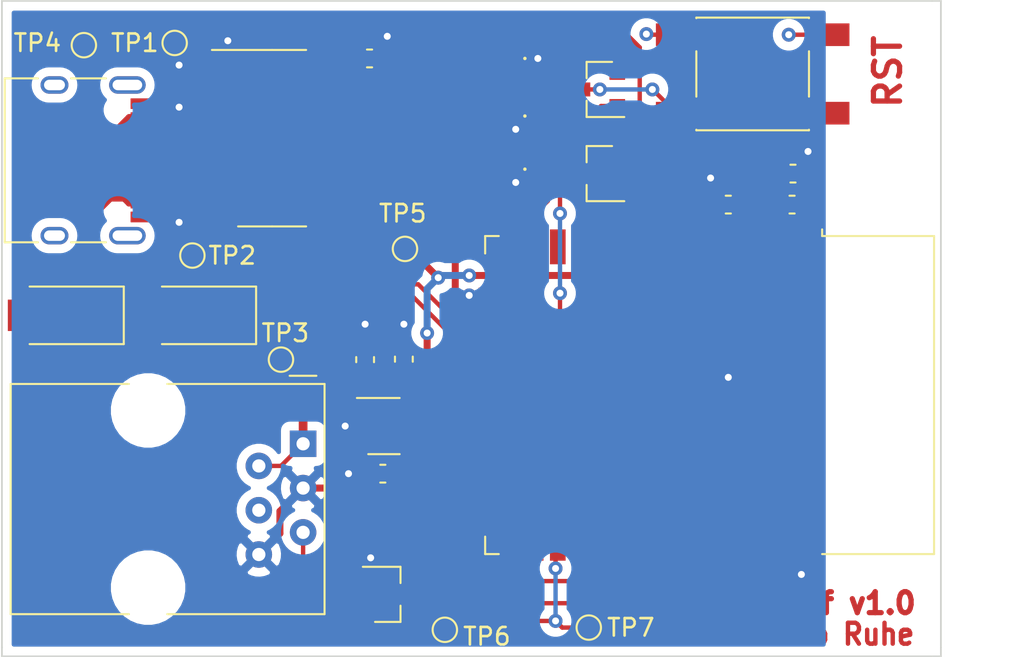
<source format=kicad_pcb>
(kicad_pcb (version 20171130) (host pcbnew 5.1.10-88a1d61d58~90~ubuntu20.04.1)

  (general
    (thickness 1.6)
    (drawings 14)
    (tracks 324)
    (zones 0)
    (modules 38)
    (nets 64)
  )

  (page A4)
  (layers
    (0 F.Cu signal)
    (31 B.Cu signal)
    (32 B.Adhes user)
    (33 F.Adhes user)
    (34 B.Paste user)
    (35 F.Paste user)
    (36 B.SilkS user)
    (37 F.SilkS user)
    (38 B.Mask user)
    (39 F.Mask user)
    (40 Dwgs.User user)
    (41 Cmts.User user)
    (42 Eco1.User user)
    (43 Eco2.User user)
    (44 Edge.Cuts user)
    (45 Margin user)
    (46 B.CrtYd user)
    (47 F.CrtYd user)
    (48 B.Fab user)
    (49 F.Fab user)
  )

  (setup
    (last_trace_width 0.25)
    (user_trace_width 0.25)
    (user_trace_width 0.4)
    (user_trace_width 0.5)
    (trace_clearance 0.2)
    (zone_clearance 0.508)
    (zone_45_only no)
    (trace_min 0.2)
    (via_size 0.8)
    (via_drill 0.4)
    (via_min_size 0.4)
    (via_min_drill 0.3)
    (uvia_size 0.3)
    (uvia_drill 0.1)
    (uvias_allowed no)
    (uvia_min_size 0.2)
    (uvia_min_drill 0.1)
    (edge_width 0.1)
    (segment_width 0.2)
    (pcb_text_width 0.3)
    (pcb_text_size 1.5 1.5)
    (mod_edge_width 0.15)
    (mod_text_size 1 1)
    (mod_text_width 0.15)
    (pad_size 1.524 1.524)
    (pad_drill 0.762)
    (pad_to_mask_clearance 0)
    (aux_axis_origin 0 0)
    (visible_elements FFFFFF7F)
    (pcbplotparams
      (layerselection 0x010fc_ffffffff)
      (usegerberextensions true)
      (usegerberattributes true)
      (usegerberadvancedattributes true)
      (creategerberjobfile true)
      (excludeedgelayer true)
      (linewidth 0.100000)
      (plotframeref false)
      (viasonmask false)
      (mode 1)
      (useauxorigin false)
      (hpglpennumber 1)
      (hpglpenspeed 20)
      (hpglpendiameter 15.000000)
      (psnegative false)
      (psa4output false)
      (plotreference true)
      (plotvalue true)
      (plotinvisibletext false)
      (padsonsilk false)
      (subtractmaskfromsilk true)
      (outputformat 1)
      (mirror false)
      (drillshape 0)
      (scaleselection 1)
      (outputdirectory "../Outputs/2021-11-06/"))
  )

  (net 0 "")
  (net 1 GND)
  (net 2 +3V3)
  (net 3 /ESP_EN)
  (net 4 /HAN_DATA_REQ)
  (net 5 /USB_VBUS)
  (net 6 "Net-(D3-Pad2)")
  (net 7 "Net-(D4-Pad2)")
  (net 8 "Net-(D5-Pad2)")
  (net 9 "Net-(J1-Pad4)")
  (net 10 /HAN_DATA)
  (net 11 "Net-(J2-PadB8)")
  (net 12 "Net-(J2-PadA5)")
  (net 13 /USB_D-)
  (net 14 /USB_D+)
  (net 15 "Net-(J2-PadA8)")
  (net 16 "Net-(J2-PadB5)")
  (net 17 "Net-(J2-PadS1)")
  (net 18 /HAN_TO_ESP)
  (net 19 "Net-(Q3-Pad2)")
  (net 20 /UART_RTS)
  (net 21 "Net-(Q4-Pad2)")
  (net 22 /UART_DTR)
  (net 23 /METER_LED)
  (net 24 /NETWORK_LED)
  (net 25 "Net-(U2-Pad37)")
  (net 26 "Net-(U2-Pad36)")
  (net 27 /ESP_TO_UART)
  (net 28 /ESP_FROM_UART)
  (net 29 "Net-(U2-Pad33)")
  (net 30 "Net-(U2-Pad32)")
  (net 31 "Net-(U2-Pad31)")
  (net 32 "Net-(U2-Pad30)")
  (net 33 "Net-(U2-Pad29)")
  (net 34 "Net-(U2-Pad28)")
  (net 35 "Net-(U2-Pad26)")
  (net 36 /ESP_IO0)
  (net 37 "Net-(U2-Pad24)")
  (net 38 "Net-(U2-Pad23)")
  (net 39 "Net-(U2-Pad22)")
  (net 40 "Net-(U2-Pad21)")
  (net 41 "Net-(U2-Pad20)")
  (net 42 "Net-(U2-Pad19)")
  (net 43 "Net-(U2-Pad18)")
  (net 44 "Net-(U2-Pad17)")
  (net 45 "Net-(U2-Pad13)")
  (net 46 "Net-(U2-Pad12)")
  (net 47 "Net-(U2-Pad11)")
  (net 48 "Net-(U2-Pad10)")
  (net 49 "Net-(U2-Pad9)")
  (net 50 "Net-(U2-Pad8)")
  (net 51 "Net-(U2-Pad7)")
  (net 52 "Net-(U2-Pad6)")
  (net 53 "Net-(U2-Pad5)")
  (net 54 "Net-(U2-Pad4)")
  (net 55 "Net-(C2-Pad1)")
  (net 56 "Net-(U4-Pad15)")
  (net 57 "Net-(U4-Pad12)")
  (net 58 "Net-(U4-Pad11)")
  (net 59 "Net-(U4-Pad10)")
  (net 60 "Net-(U4-Pad9)")
  (net 61 "Net-(U4-Pad8)")
  (net 62 "Net-(U4-Pad7)")
  (net 63 VCC)

  (net_class Default "This is the default net class."
    (clearance 0.2)
    (trace_width 0.25)
    (via_dia 0.8)
    (via_drill 0.4)
    (uvia_dia 0.3)
    (uvia_drill 0.1)
    (add_net +3V3)
    (add_net /ESP_EN)
    (add_net /ESP_FROM_UART)
    (add_net /ESP_IO0)
    (add_net /ESP_TO_UART)
    (add_net /HAN_DATA)
    (add_net /HAN_DATA_REQ)
    (add_net /HAN_TO_ESP)
    (add_net /METER_LED)
    (add_net /NETWORK_LED)
    (add_net /UART_DTR)
    (add_net /UART_RTS)
    (add_net /USB_D+)
    (add_net /USB_D-)
    (add_net /USB_VBUS)
    (add_net GND)
    (add_net "Net-(C2-Pad1)")
    (add_net "Net-(D3-Pad2)")
    (add_net "Net-(D4-Pad2)")
    (add_net "Net-(D5-Pad2)")
    (add_net "Net-(J1-Pad4)")
    (add_net "Net-(J2-PadA5)")
    (add_net "Net-(J2-PadA8)")
    (add_net "Net-(J2-PadB5)")
    (add_net "Net-(J2-PadB8)")
    (add_net "Net-(J2-PadS1)")
    (add_net "Net-(Q3-Pad2)")
    (add_net "Net-(Q4-Pad2)")
    (add_net "Net-(U2-Pad10)")
    (add_net "Net-(U2-Pad11)")
    (add_net "Net-(U2-Pad12)")
    (add_net "Net-(U2-Pad13)")
    (add_net "Net-(U2-Pad17)")
    (add_net "Net-(U2-Pad18)")
    (add_net "Net-(U2-Pad19)")
    (add_net "Net-(U2-Pad20)")
    (add_net "Net-(U2-Pad21)")
    (add_net "Net-(U2-Pad22)")
    (add_net "Net-(U2-Pad23)")
    (add_net "Net-(U2-Pad24)")
    (add_net "Net-(U2-Pad26)")
    (add_net "Net-(U2-Pad28)")
    (add_net "Net-(U2-Pad29)")
    (add_net "Net-(U2-Pad30)")
    (add_net "Net-(U2-Pad31)")
    (add_net "Net-(U2-Pad32)")
    (add_net "Net-(U2-Pad33)")
    (add_net "Net-(U2-Pad36)")
    (add_net "Net-(U2-Pad37)")
    (add_net "Net-(U2-Pad4)")
    (add_net "Net-(U2-Pad5)")
    (add_net "Net-(U2-Pad6)")
    (add_net "Net-(U2-Pad7)")
    (add_net "Net-(U2-Pad8)")
    (add_net "Net-(U2-Pad9)")
    (add_net "Net-(U4-Pad10)")
    (add_net "Net-(U4-Pad11)")
    (add_net "Net-(U4-Pad12)")
    (add_net "Net-(U4-Pad15)")
    (add_net "Net-(U4-Pad7)")
    (add_net "Net-(U4-Pad8)")
    (add_net "Net-(U4-Pad9)")
    (add_net VCC)
  )

  (net_class Power ""
    (clearance 0.8)
    (trace_width 0.4)
    (via_dia 0.8)
    (via_drill 0.4)
    (uvia_dia 0.3)
    (uvia_drill 0.1)
  )

  (net_class Signal ""
    (clearance 0.5)
    (trace_width 0.25)
    (via_dia 0.8)
    (via_drill 0.4)
    (uvia_dia 0.3)
    (uvia_drill 0.1)
  )

  (module Package_SO:SOIC-16_3.9x9.9mm_P1.27mm (layer F.Cu) (tedit 5D9F72B1) (tstamp 61786C53)
    (at 123.19 33.274)
    (descr "SOIC, 16 Pin (JEDEC MS-012AC, https://www.analog.com/media/en/package-pcb-resources/package/pkg_pdf/soic_narrow-r/r_16.pdf), generated with kicad-footprint-generator ipc_gullwing_generator.py")
    (tags "SOIC SO")
    (path /61791223)
    (attr smd)
    (fp_text reference U4 (at 0 -5.9) (layer F.SilkS) hide
      (effects (font (size 1 1) (thickness 0.15)))
    )
    (fp_text value "CH340B (or C)" (at 0 5.9) (layer F.Fab) hide
      (effects (font (size 1 1) (thickness 0.15)))
    )
    (fp_line (start 3.7 -5.2) (end -3.7 -5.2) (layer F.CrtYd) (width 0.05))
    (fp_line (start 3.7 5.2) (end 3.7 -5.2) (layer F.CrtYd) (width 0.05))
    (fp_line (start -3.7 5.2) (end 3.7 5.2) (layer F.CrtYd) (width 0.05))
    (fp_line (start -3.7 -5.2) (end -3.7 5.2) (layer F.CrtYd) (width 0.05))
    (fp_line (start -1.95 -3.975) (end -0.975 -4.95) (layer F.Fab) (width 0.1))
    (fp_line (start -1.95 4.95) (end -1.95 -3.975) (layer F.Fab) (width 0.1))
    (fp_line (start 1.95 4.95) (end -1.95 4.95) (layer F.Fab) (width 0.1))
    (fp_line (start 1.95 -4.95) (end 1.95 4.95) (layer F.Fab) (width 0.1))
    (fp_line (start -0.975 -4.95) (end 1.95 -4.95) (layer F.Fab) (width 0.1))
    (fp_line (start 0 -5.06) (end -3.45 -5.06) (layer F.SilkS) (width 0.12))
    (fp_line (start 0 -5.06) (end 1.95 -5.06) (layer F.SilkS) (width 0.12))
    (fp_line (start 0 5.06) (end -1.95 5.06) (layer F.SilkS) (width 0.12))
    (fp_line (start 0 5.06) (end 1.95 5.06) (layer F.SilkS) (width 0.12))
    (fp_text user %R (at 0 0) (layer F.Fab)
      (effects (font (size 0.98 0.98) (thickness 0.15)))
    )
    (pad 16 smd roundrect (at 2.475 -4.445) (size 1.95 0.6) (layers F.Cu F.Paste F.Mask) (roundrect_rratio 0.25)
      (net 2 +3V3))
    (pad 15 smd roundrect (at 2.475 -3.175) (size 1.95 0.6) (layers F.Cu F.Paste F.Mask) (roundrect_rratio 0.25)
      (net 56 "Net-(U4-Pad15)"))
    (pad 14 smd roundrect (at 2.475 -1.905) (size 1.95 0.6) (layers F.Cu F.Paste F.Mask) (roundrect_rratio 0.25)
      (net 20 /UART_RTS))
    (pad 13 smd roundrect (at 2.475 -0.635) (size 1.95 0.6) (layers F.Cu F.Paste F.Mask) (roundrect_rratio 0.25)
      (net 22 /UART_DTR))
    (pad 12 smd roundrect (at 2.475 0.635) (size 1.95 0.6) (layers F.Cu F.Paste F.Mask) (roundrect_rratio 0.25)
      (net 57 "Net-(U4-Pad12)"))
    (pad 11 smd roundrect (at 2.475 1.905) (size 1.95 0.6) (layers F.Cu F.Paste F.Mask) (roundrect_rratio 0.25)
      (net 58 "Net-(U4-Pad11)"))
    (pad 10 smd roundrect (at 2.475 3.175) (size 1.95 0.6) (layers F.Cu F.Paste F.Mask) (roundrect_rratio 0.25)
      (net 59 "Net-(U4-Pad10)"))
    (pad 9 smd roundrect (at 2.475 4.445) (size 1.95 0.6) (layers F.Cu F.Paste F.Mask) (roundrect_rratio 0.25)
      (net 60 "Net-(U4-Pad9)"))
    (pad 8 smd roundrect (at -2.475 4.445) (size 1.95 0.6) (layers F.Cu F.Paste F.Mask) (roundrect_rratio 0.25)
      (net 61 "Net-(U4-Pad8)"))
    (pad 7 smd roundrect (at -2.475 3.175) (size 1.95 0.6) (layers F.Cu F.Paste F.Mask) (roundrect_rratio 0.25)
      (net 62 "Net-(U4-Pad7)"))
    (pad 6 smd roundrect (at -2.475 1.905) (size 1.95 0.6) (layers F.Cu F.Paste F.Mask) (roundrect_rratio 0.25)
      (net 13 /USB_D-))
    (pad 5 smd roundrect (at -2.475 0.635) (size 1.95 0.6) (layers F.Cu F.Paste F.Mask) (roundrect_rratio 0.25)
      (net 14 /USB_D+))
    (pad 4 smd roundrect (at -2.475 -0.635) (size 1.95 0.6) (layers F.Cu F.Paste F.Mask) (roundrect_rratio 0.25)
      (net 2 +3V3))
    (pad 3 smd roundrect (at -2.475 -1.905) (size 1.95 0.6) (layers F.Cu F.Paste F.Mask) (roundrect_rratio 0.25)
      (net 28 /ESP_FROM_UART))
    (pad 2 smd roundrect (at -2.475 -3.175) (size 1.95 0.6) (layers F.Cu F.Paste F.Mask) (roundrect_rratio 0.25)
      (net 27 /ESP_TO_UART))
    (pad 1 smd roundrect (at -2.475 -4.445) (size 1.95 0.6) (layers F.Cu F.Paste F.Mask) (roundrect_rratio 0.25)
      (net 1 GND))
    (model ${KISYS3DMOD}/Package_SO.3dshapes/SOIC-16_3.9x9.9mm_P1.27mm.wrl
      (at (xyz 0 0 0))
      (scale (xyz 1 1 1))
      (rotate (xyz 0 0 0))
    )
  )

  (module Package_TO_SOT_SMD:SOT-23-5 (layer F.Cu) (tedit 5A02FF57) (tstamp 61785A54)
    (at 129.6035 49.784)
    (descr "5-pin SOT23 package")
    (tags SOT-23-5)
    (path /61792E04)
    (attr smd)
    (fp_text reference U1 (at 0 -2.9) (layer F.SilkS) hide
      (effects (font (size 1 1) (thickness 0.15)))
    )
    (fp_text value MIC5219-3.3YM5 (at 0 2.9) (layer F.Fab) hide
      (effects (font (size 1 1) (thickness 0.15)))
    )
    (fp_line (start 0.9 -1.55) (end 0.9 1.55) (layer F.Fab) (width 0.1))
    (fp_line (start 0.9 1.55) (end -0.9 1.55) (layer F.Fab) (width 0.1))
    (fp_line (start -0.9 -0.9) (end -0.9 1.55) (layer F.Fab) (width 0.1))
    (fp_line (start 0.9 -1.55) (end -0.25 -1.55) (layer F.Fab) (width 0.1))
    (fp_line (start -0.9 -0.9) (end -0.25 -1.55) (layer F.Fab) (width 0.1))
    (fp_line (start -1.9 1.8) (end -1.9 -1.8) (layer F.CrtYd) (width 0.05))
    (fp_line (start 1.9 1.8) (end -1.9 1.8) (layer F.CrtYd) (width 0.05))
    (fp_line (start 1.9 -1.8) (end 1.9 1.8) (layer F.CrtYd) (width 0.05))
    (fp_line (start -1.9 -1.8) (end 1.9 -1.8) (layer F.CrtYd) (width 0.05))
    (fp_line (start 0.9 -1.61) (end -1.55 -1.61) (layer F.SilkS) (width 0.12))
    (fp_line (start -0.9 1.61) (end 0.9 1.61) (layer F.SilkS) (width 0.12))
    (fp_text user %R (at 0 0 90) (layer F.Fab)
      (effects (font (size 0.5 0.5) (thickness 0.075)))
    )
    (pad 5 smd rect (at 1.1 -0.95) (size 1.06 0.65) (layers F.Cu F.Paste F.Mask)
      (net 2 +3V3))
    (pad 4 smd rect (at 1.1 0.95) (size 1.06 0.65) (layers F.Cu F.Paste F.Mask)
      (net 55 "Net-(C2-Pad1)"))
    (pad 3 smd rect (at -1.1 0.95) (size 1.06 0.65) (layers F.Cu F.Paste F.Mask)
      (net 63 VCC))
    (pad 2 smd rect (at -1.1 0) (size 1.06 0.65) (layers F.Cu F.Paste F.Mask)
      (net 1 GND))
    (pad 1 smd rect (at -1.1 -0.95) (size 1.06 0.65) (layers F.Cu F.Paste F.Mask)
      (net 63 VCC))
    (model ${KISYS3DMOD}/Package_TO_SOT_SMD.3dshapes/SOT-23-5.wrl
      (at (xyz 0 0 0))
      (scale (xyz 1 1 1))
      (rotate (xyz 0 0 0))
    )
  )

  (module RF_Module:ESP32-WROOM-32 (layer F.Cu) (tedit 5B5B4654) (tstamp 61475F85)
    (at 145.288 48.006 270)
    (descr "Single 2.4 GHz Wi-Fi and Bluetooth combo chip https://www.espressif.com/sites/default/files/documentation/esp32-wroom-32_datasheet_en.pdf")
    (tags "Single 2.4 GHz Wi-Fi and Bluetooth combo  chip")
    (path /612A9AEF)
    (attr smd)
    (fp_text reference U2 (at -10.61 8.43) (layer F.SilkS) hide
      (effects (font (size 1 1) (thickness 0.15)))
    )
    (fp_text value ESP32-WROOM-32 (at 0 11.5 90) (layer F.Fab) hide
      (effects (font (size 1 1) (thickness 0.15)))
    )
    (fp_line (start -9.12 -9.445) (end -9.5 -9.445) (layer F.SilkS) (width 0.12))
    (fp_line (start -9.12 -15.865) (end -9.12 -9.445) (layer F.SilkS) (width 0.12))
    (fp_line (start 9.12 -15.865) (end 9.12 -9.445) (layer F.SilkS) (width 0.12))
    (fp_line (start -9.12 -15.865) (end 9.12 -15.865) (layer F.SilkS) (width 0.12))
    (fp_line (start 9.12 9.88) (end 8.12 9.88) (layer F.SilkS) (width 0.12))
    (fp_line (start 9.12 9.1) (end 9.12 9.88) (layer F.SilkS) (width 0.12))
    (fp_line (start -9.12 9.88) (end -8.12 9.88) (layer F.SilkS) (width 0.12))
    (fp_line (start -9.12 9.1) (end -9.12 9.88) (layer F.SilkS) (width 0.12))
    (fp_line (start 8.4 -20.6) (end 8.2 -20.4) (layer Cmts.User) (width 0.1))
    (fp_line (start 8.4 -16) (end 8.4 -20.6) (layer Cmts.User) (width 0.1))
    (fp_line (start 8.4 -20.6) (end 8.6 -20.4) (layer Cmts.User) (width 0.1))
    (fp_line (start 8.4 -16) (end 8.6 -16.2) (layer Cmts.User) (width 0.1))
    (fp_line (start 8.4 -16) (end 8.2 -16.2) (layer Cmts.User) (width 0.1))
    (fp_line (start -9.2 -13.875) (end -9.4 -14.075) (layer Cmts.User) (width 0.1))
    (fp_line (start -13.8 -13.875) (end -9.2 -13.875) (layer Cmts.User) (width 0.1))
    (fp_line (start -9.2 -13.875) (end -9.4 -13.675) (layer Cmts.User) (width 0.1))
    (fp_line (start -13.8 -13.875) (end -13.6 -13.675) (layer Cmts.User) (width 0.1))
    (fp_line (start -13.8 -13.875) (end -13.6 -14.075) (layer Cmts.User) (width 0.1))
    (fp_line (start 9.2 -13.875) (end 9.4 -13.675) (layer Cmts.User) (width 0.1))
    (fp_line (start 9.2 -13.875) (end 9.4 -14.075) (layer Cmts.User) (width 0.1))
    (fp_line (start 13.8 -13.875) (end 13.6 -13.675) (layer Cmts.User) (width 0.1))
    (fp_line (start 13.8 -13.875) (end 13.6 -14.075) (layer Cmts.User) (width 0.1))
    (fp_line (start 9.2 -13.875) (end 13.8 -13.875) (layer Cmts.User) (width 0.1))
    (fp_line (start 14 -11.585) (end 12 -9.97) (layer Dwgs.User) (width 0.1))
    (fp_line (start 14 -13.2) (end 10 -9.97) (layer Dwgs.User) (width 0.1))
    (fp_line (start 14 -14.815) (end 8 -9.97) (layer Dwgs.User) (width 0.1))
    (fp_line (start 14 -16.43) (end 6 -9.97) (layer Dwgs.User) (width 0.1))
    (fp_line (start 14 -18.045) (end 4 -9.97) (layer Dwgs.User) (width 0.1))
    (fp_line (start 14 -19.66) (end 2 -9.97) (layer Dwgs.User) (width 0.1))
    (fp_line (start 13.475 -20.75) (end 0 -9.97) (layer Dwgs.User) (width 0.1))
    (fp_line (start 11.475 -20.75) (end -2 -9.97) (layer Dwgs.User) (width 0.1))
    (fp_line (start 9.475 -20.75) (end -4 -9.97) (layer Dwgs.User) (width 0.1))
    (fp_line (start 7.475 -20.75) (end -6 -9.97) (layer Dwgs.User) (width 0.1))
    (fp_line (start -8 -9.97) (end 5.475 -20.75) (layer Dwgs.User) (width 0.1))
    (fp_line (start 3.475 -20.75) (end -10 -9.97) (layer Dwgs.User) (width 0.1))
    (fp_line (start 1.475 -20.75) (end -12 -9.97) (layer Dwgs.User) (width 0.1))
    (fp_line (start -0.525 -20.75) (end -14 -9.97) (layer Dwgs.User) (width 0.1))
    (fp_line (start -2.525 -20.75) (end -14 -11.585) (layer Dwgs.User) (width 0.1))
    (fp_line (start -4.525 -20.75) (end -14 -13.2) (layer Dwgs.User) (width 0.1))
    (fp_line (start -6.525 -20.75) (end -14 -14.815) (layer Dwgs.User) (width 0.1))
    (fp_line (start -8.525 -20.75) (end -14 -16.43) (layer Dwgs.User) (width 0.1))
    (fp_line (start -10.525 -20.75) (end -14 -18.045) (layer Dwgs.User) (width 0.1))
    (fp_line (start -12.525 -20.75) (end -14 -19.66) (layer Dwgs.User) (width 0.1))
    (fp_line (start 9.75 -9.72) (end 14.25 -9.72) (layer F.CrtYd) (width 0.05))
    (fp_line (start -14.25 -9.72) (end -9.75 -9.72) (layer F.CrtYd) (width 0.05))
    (fp_line (start 14.25 -21) (end 14.25 -9.72) (layer F.CrtYd) (width 0.05))
    (fp_line (start -14.25 -21) (end -14.25 -9.72) (layer F.CrtYd) (width 0.05))
    (fp_line (start 14 -20.75) (end -14 -20.75) (layer Dwgs.User) (width 0.1))
    (fp_line (start 14 -9.97) (end 14 -20.75) (layer Dwgs.User) (width 0.1))
    (fp_line (start 14 -9.97) (end -14 -9.97) (layer Dwgs.User) (width 0.1))
    (fp_line (start -9 -9.02) (end -8.5 -9.52) (layer F.Fab) (width 0.1))
    (fp_line (start -8.5 -9.52) (end -9 -10.02) (layer F.Fab) (width 0.1))
    (fp_line (start -9 -9.02) (end -9 9.76) (layer F.Fab) (width 0.1))
    (fp_line (start -14.25 -21) (end 14.25 -21) (layer F.CrtYd) (width 0.05))
    (fp_line (start 9.75 -9.72) (end 9.75 10.5) (layer F.CrtYd) (width 0.05))
    (fp_line (start -9.75 10.5) (end 9.75 10.5) (layer F.CrtYd) (width 0.05))
    (fp_line (start -9.75 10.5) (end -9.75 -9.72) (layer F.CrtYd) (width 0.05))
    (fp_line (start -9 -15.745) (end 9 -15.745) (layer F.Fab) (width 0.1))
    (fp_line (start -9 -15.745) (end -9 -10.02) (layer F.Fab) (width 0.1))
    (fp_line (start -9 9.76) (end 9 9.76) (layer F.Fab) (width 0.1))
    (fp_line (start 9 9.76) (end 9 -15.745) (layer F.Fab) (width 0.1))
    (fp_line (start -14 -9.97) (end -14 -20.75) (layer Dwgs.User) (width 0.1))
    (fp_text user "5 mm" (at 7.8 -19.075) (layer Cmts.User)
      (effects (font (size 0.5 0.5) (thickness 0.1)))
    )
    (fp_text user "5 mm" (at -11.2 -14.375 90) (layer Cmts.User)
      (effects (font (size 0.5 0.5) (thickness 0.1)))
    )
    (fp_text user "5 mm" (at 11.8 -14.375 90) (layer Cmts.User)
      (effects (font (size 0.5 0.5) (thickness 0.1)))
    )
    (fp_text user Antenna (at 0 -13 90) (layer Cmts.User)
      (effects (font (size 1 1) (thickness 0.15)))
    )
    (fp_text user "KEEP-OUT ZONE" (at 0 -19 90) (layer Cmts.User)
      (effects (font (size 1 1) (thickness 0.15)))
    )
    (fp_text user %R (at 0 0 90) (layer F.Fab)
      (effects (font (size 1 1) (thickness 0.15)))
    )
    (pad 38 smd rect (at 8.5 -8.255 270) (size 2 0.9) (layers F.Cu F.Paste F.Mask)
      (net 1 GND))
    (pad 37 smd rect (at 8.5 -6.985 270) (size 2 0.9) (layers F.Cu F.Paste F.Mask)
      (net 25 "Net-(U2-Pad37)"))
    (pad 36 smd rect (at 8.5 -5.715 270) (size 2 0.9) (layers F.Cu F.Paste F.Mask)
      (net 26 "Net-(U2-Pad36)"))
    (pad 35 smd rect (at 8.5 -4.445 270) (size 2 0.9) (layers F.Cu F.Paste F.Mask)
      (net 27 /ESP_TO_UART))
    (pad 34 smd rect (at 8.5 -3.175 270) (size 2 0.9) (layers F.Cu F.Paste F.Mask)
      (net 28 /ESP_FROM_UART))
    (pad 33 smd rect (at 8.5 -1.905 270) (size 2 0.9) (layers F.Cu F.Paste F.Mask)
      (net 29 "Net-(U2-Pad33)"))
    (pad 32 smd rect (at 8.5 -0.635 270) (size 2 0.9) (layers F.Cu F.Paste F.Mask)
      (net 30 "Net-(U2-Pad32)"))
    (pad 31 smd rect (at 8.5 0.635 270) (size 2 0.9) (layers F.Cu F.Paste F.Mask)
      (net 31 "Net-(U2-Pad31)"))
    (pad 30 smd rect (at 8.5 1.905 270) (size 2 0.9) (layers F.Cu F.Paste F.Mask)
      (net 32 "Net-(U2-Pad30)"))
    (pad 29 smd rect (at 8.5 3.175 270) (size 2 0.9) (layers F.Cu F.Paste F.Mask)
      (net 33 "Net-(U2-Pad29)"))
    (pad 28 smd rect (at 8.5 4.445 270) (size 2 0.9) (layers F.Cu F.Paste F.Mask)
      (net 34 "Net-(U2-Pad28)"))
    (pad 27 smd rect (at 8.5 5.715 270) (size 2 0.9) (layers F.Cu F.Paste F.Mask)
      (net 18 /HAN_TO_ESP))
    (pad 26 smd rect (at 8.5 6.985 270) (size 2 0.9) (layers F.Cu F.Paste F.Mask)
      (net 35 "Net-(U2-Pad26)"))
    (pad 25 smd rect (at 8.5 8.255 270) (size 2 0.9) (layers F.Cu F.Paste F.Mask)
      (net 36 /ESP_IO0))
    (pad 24 smd rect (at 5.715 9.255) (size 2 0.9) (layers F.Cu F.Paste F.Mask)
      (net 37 "Net-(U2-Pad24)"))
    (pad 23 smd rect (at 4.445 9.255) (size 2 0.9) (layers F.Cu F.Paste F.Mask)
      (net 38 "Net-(U2-Pad23)"))
    (pad 22 smd rect (at 3.175 9.255) (size 2 0.9) (layers F.Cu F.Paste F.Mask)
      (net 39 "Net-(U2-Pad22)"))
    (pad 21 smd rect (at 1.905 9.255) (size 2 0.9) (layers F.Cu F.Paste F.Mask)
      (net 40 "Net-(U2-Pad21)"))
    (pad 20 smd rect (at 0.635 9.255) (size 2 0.9) (layers F.Cu F.Paste F.Mask)
      (net 41 "Net-(U2-Pad20)"))
    (pad 19 smd rect (at -0.635 9.255) (size 2 0.9) (layers F.Cu F.Paste F.Mask)
      (net 42 "Net-(U2-Pad19)"))
    (pad 18 smd rect (at -1.905 9.255) (size 2 0.9) (layers F.Cu F.Paste F.Mask)
      (net 43 "Net-(U2-Pad18)"))
    (pad 17 smd rect (at -3.175 9.255) (size 2 0.9) (layers F.Cu F.Paste F.Mask)
      (net 44 "Net-(U2-Pad17)"))
    (pad 16 smd rect (at -4.445 9.255) (size 2 0.9) (layers F.Cu F.Paste F.Mask)
      (net 24 /NETWORK_LED))
    (pad 15 smd rect (at -5.715 9.255) (size 2 0.9) (layers F.Cu F.Paste F.Mask)
      (net 1 GND))
    (pad 14 smd rect (at -8.5 8.255 270) (size 2 0.9) (layers F.Cu F.Paste F.Mask)
      (net 23 /METER_LED))
    (pad 13 smd rect (at -8.5 6.985 270) (size 2 0.9) (layers F.Cu F.Paste F.Mask)
      (net 45 "Net-(U2-Pad13)"))
    (pad 12 smd rect (at -8.5 5.715 270) (size 2 0.9) (layers F.Cu F.Paste F.Mask)
      (net 46 "Net-(U2-Pad12)"))
    (pad 11 smd rect (at -8.5 4.445 270) (size 2 0.9) (layers F.Cu F.Paste F.Mask)
      (net 47 "Net-(U2-Pad11)"))
    (pad 10 smd rect (at -8.5 3.175 270) (size 2 0.9) (layers F.Cu F.Paste F.Mask)
      (net 48 "Net-(U2-Pad10)"))
    (pad 9 smd rect (at -8.5 1.905 270) (size 2 0.9) (layers F.Cu F.Paste F.Mask)
      (net 49 "Net-(U2-Pad9)"))
    (pad 8 smd rect (at -8.5 0.635 270) (size 2 0.9) (layers F.Cu F.Paste F.Mask)
      (net 50 "Net-(U2-Pad8)"))
    (pad 7 smd rect (at -8.5 -0.635 270) (size 2 0.9) (layers F.Cu F.Paste F.Mask)
      (net 51 "Net-(U2-Pad7)"))
    (pad 6 smd rect (at -8.5 -1.905 270) (size 2 0.9) (layers F.Cu F.Paste F.Mask)
      (net 52 "Net-(U2-Pad6)"))
    (pad 5 smd rect (at -8.5 -3.175 270) (size 2 0.9) (layers F.Cu F.Paste F.Mask)
      (net 53 "Net-(U2-Pad5)"))
    (pad 4 smd rect (at -8.5 -4.445 270) (size 2 0.9) (layers F.Cu F.Paste F.Mask)
      (net 54 "Net-(U2-Pad4)"))
    (pad 3 smd rect (at -8.5 -5.715 270) (size 2 0.9) (layers F.Cu F.Paste F.Mask)
      (net 3 /ESP_EN))
    (pad 2 smd rect (at -8.5 -6.985 270) (size 2 0.9) (layers F.Cu F.Paste F.Mask)
      (net 2 +3V3))
    (pad 1 smd rect (at -8.5 -8.255 270) (size 2 0.9) (layers F.Cu F.Paste F.Mask)
      (net 1 GND))
    (pad 39 smd rect (at -1 -0.755 270) (size 5 5) (layers F.Cu F.Paste F.Mask)
      (net 1 GND))
    (model ${KISYS3DMOD}/RF_Module.3dshapes/ESP32-WROOM-32.wrl
      (at (xyz 0 0 0))
      (scale (xyz 1 1 1))
      (rotate (xyz 0 0 0))
    )
  )

  (module TestPoint:TestPoint_Pad_D1.0mm (layer F.Cu) (tedit 5A0F774F) (tstamp 61474C91)
    (at 141.351 61.341)
    (descr "SMD pad as test Point, diameter 1.0mm")
    (tags "test point SMD pad")
    (path /610FA411)
    (attr virtual)
    (fp_text reference TP7 (at 2.413 0) (layer F.SilkS)
      (effects (font (size 1 1) (thickness 0.15)))
    )
    (fp_text value TestPoint (at 0 1.55) (layer F.Fab) hide
      (effects (font (size 1 1) (thickness 0.15)))
    )
    (fp_circle (center 0 0) (end 0 0.7) (layer F.SilkS) (width 0.12))
    (fp_circle (center 0 0) (end 1 0) (layer F.CrtYd) (width 0.05))
    (fp_text user %R (at 2.413 0) (layer F.Fab)
      (effects (font (size 1 1) (thickness 0.15)))
    )
    (pad 1 smd circle (at 0 0) (size 1 1) (layers F.Cu F.Mask)
      (net 18 /HAN_TO_ESP))
  )

  (module TestPoint:TestPoint_Pad_D1.0mm (layer F.Cu) (tedit 5A0F774F) (tstamp 61474C89)
    (at 133.096 61.468)
    (descr "SMD pad as test Point, diameter 1.0mm")
    (tags "test point SMD pad")
    (path /6127F2FA)
    (attr virtual)
    (fp_text reference TP6 (at 2.413 0.381) (layer F.SilkS)
      (effects (font (size 1 1) (thickness 0.15)))
    )
    (fp_text value TestPoint (at 0 1.55) (layer F.Fab) hide
      (effects (font (size 1 1) (thickness 0.15)))
    )
    (fp_circle (center 0 0) (end 0 0.7) (layer F.SilkS) (width 0.12))
    (fp_circle (center 0 0) (end 1 0) (layer F.CrtYd) (width 0.05))
    (fp_text user %R (at 2.413 0.381) (layer F.Fab)
      (effects (font (size 1 1) (thickness 0.15)))
    )
    (pad 1 smd circle (at 0 0) (size 1 1) (layers F.Cu F.Mask)
      (net 10 /HAN_DATA))
  )

  (module TestPoint:TestPoint_Pad_D1.0mm (layer F.Cu) (tedit 5A0F774F) (tstamp 61474C81)
    (at 130.81 39.624)
    (descr "SMD pad as test Point, diameter 1.0mm")
    (tags "test point SMD pad")
    (path /60EC470A)
    (attr virtual)
    (fp_text reference TP5 (at -0.127 -2.032) (layer F.SilkS)
      (effects (font (size 1 1) (thickness 0.15)))
    )
    (fp_text value TestPoint (at 0 1.55) (layer F.Fab) hide
      (effects (font (size 1 1) (thickness 0.15)))
    )
    (fp_circle (center 0 0) (end 0 0.7) (layer F.SilkS) (width 0.12))
    (fp_circle (center 0 0) (end 1 0) (layer F.CrtYd) (width 0.05))
    (fp_text user %R (at -0.127 -2.032) (layer F.Fab)
      (effects (font (size 1 1) (thickness 0.15)))
    )
    (pad 1 smd circle (at 0 0) (size 1 1) (layers F.Cu F.Mask)
      (net 2 +3V3))
  )

  (module TestPoint:TestPoint_Pad_D1.0mm (layer F.Cu) (tedit 5A0F774F) (tstamp 61474C79)
    (at 112.395 27.94)
    (descr "SMD pad as test Point, diameter 1.0mm")
    (tags "test point SMD pad")
    (path /612C5AB3)
    (attr virtual)
    (fp_text reference TP4 (at -2.667 -0.127) (layer F.SilkS)
      (effects (font (size 1 1) (thickness 0.15)))
    )
    (fp_text value TestPoint (at 0 1.55) (layer F.Fab) hide
      (effects (font (size 1 1) (thickness 0.15)))
    )
    (fp_circle (center 0 0) (end 0 0.7) (layer F.SilkS) (width 0.12))
    (fp_circle (center 0 0) (end 1 0) (layer F.CrtYd) (width 0.05))
    (fp_text user %R (at -2.667 -0.127) (layer F.Fab)
      (effects (font (size 1 1) (thickness 0.15)))
    )
    (pad 1 smd circle (at 0 0) (size 1 1) (layers F.Cu F.Mask)
      (net 5 /USB_VBUS))
  )

  (module TestPoint:TestPoint_Pad_D1.0mm (layer F.Cu) (tedit 5A0F774F) (tstamp 61734140)
    (at 123.698 45.974)
    (descr "SMD pad as test Point, diameter 1.0mm")
    (tags "test point SMD pad")
    (path /60EA7059)
    (attr virtual)
    (fp_text reference TP3 (at 0.254 -1.524) (layer F.SilkS)
      (effects (font (size 1 1) (thickness 0.15)))
    )
    (fp_text value TestPoint (at 0 1.55) (layer F.Fab) hide
      (effects (font (size 1 1) (thickness 0.15)))
    )
    (fp_circle (center 0 0) (end 0 0.7) (layer F.SilkS) (width 0.12))
    (fp_circle (center 0 0) (end 1 0) (layer F.CrtYd) (width 0.05))
    (fp_text user %R (at 0.254 -1.524) (layer F.Fab)
      (effects (font (size 1 1) (thickness 0.15)))
    )
    (pad 1 smd circle (at 0 0) (size 1 1) (layers F.Cu F.Mask)
      (net 4 /HAN_DATA_REQ))
  )

  (module TestPoint:TestPoint_Pad_D1.0mm (layer F.Cu) (tedit 5A0F774F) (tstamp 61474C69)
    (at 118.618 40.005)
    (descr "SMD pad as test Point, diameter 1.0mm")
    (tags "test point SMD pad")
    (path /6151085C)
    (attr virtual)
    (fp_text reference TP2 (at 2.286 0) (layer F.SilkS)
      (effects (font (size 1 1) (thickness 0.15)))
    )
    (fp_text value TestPoint (at 0 1.55) (layer F.Fab) hide
      (effects (font (size 1 1) (thickness 0.15)))
    )
    (fp_circle (center 0 0) (end 0 0.7) (layer F.SilkS) (width 0.12))
    (fp_circle (center 0 0) (end 1 0) (layer F.CrtYd) (width 0.05))
    (fp_text user %R (at 2.286 0) (layer F.Fab)
      (effects (font (size 1 1) (thickness 0.15)))
    )
    (pad 1 smd circle (at 0 0) (size 1 1) (layers F.Cu F.Mask)
      (net 63 VCC))
  )

  (module TestPoint:TestPoint_Pad_D1.0mm (layer F.Cu) (tedit 5A0F774F) (tstamp 61735566)
    (at 117.602 27.813)
    (descr "SMD pad as test Point, diameter 1.0mm")
    (tags "test point SMD pad")
    (path /612CF110)
    (attr virtual)
    (fp_text reference TP1 (at -2.286 0) (layer F.SilkS)
      (effects (font (size 1 1) (thickness 0.15)))
    )
    (fp_text value TestPoint (at 0 1.55) (layer F.Fab) hide
      (effects (font (size 1 1) (thickness 0.15)))
    )
    (fp_circle (center 0 0) (end 0 0.7) (layer F.SilkS) (width 0.12))
    (fp_circle (center 0 0) (end 1 0) (layer F.CrtYd) (width 0.05))
    (fp_text user %R (at -2.286 0) (layer F.Fab)
      (effects (font (size 1 1) (thickness 0.15)))
    )
    (pad 1 smd circle (at 0 0) (size 1 1) (layers F.Cu F.Mask)
      (net 1 GND))
  )

  (module footprints:TE_Connectivity_FSM2JSMAA (layer F.Cu) (tedit 60DC2BFB) (tstamp 61474C59)
    (at 150.749 29.591)
    (descr "tactile push button, 6x6mm e.g. PTS645xx series, height=9.5mm")
    (tags "tact sw push 6mm smd")
    (path /61109F2A)
    (attr smd)
    (fp_text reference SW1 (at 0 -4.05 180) (layer F.SilkS) hide
      (effects (font (size 1 1) (thickness 0.15)))
    )
    (fp_text value SW_Push (at 0 4.15 180) (layer F.Fab) hide
      (effects (font (size 1 1) (thickness 0.15)))
    )
    (fp_circle (center 0 0) (end 1.75 -0.05) (layer F.Fab) (width 0.1))
    (fp_line (start -3.23 3.23) (end 3.23 3.23) (layer F.SilkS) (width 0.12))
    (fp_line (start -3.23 -1.3) (end -3.23 1.3) (layer F.SilkS) (width 0.12))
    (fp_line (start -3.23 -3.23) (end 3.23 -3.23) (layer F.SilkS) (width 0.12))
    (fp_line (start 3.23 -1.3) (end 3.23 1.3) (layer F.SilkS) (width 0.12))
    (fp_line (start -3.23 -3.2) (end -3.23 -3.23) (layer F.SilkS) (width 0.12))
    (fp_line (start -3.23 3.23) (end -3.23 3.2) (layer F.SilkS) (width 0.12))
    (fp_line (start 3.23 3.23) (end 3.23 3.2) (layer F.SilkS) (width 0.12))
    (fp_line (start 3.23 -3.23) (end 3.23 -3.2) (layer F.SilkS) (width 0.12))
    (fp_line (start -5.588 -3.2512) (end 5.588 -3.2512) (layer F.CrtYd) (width 0.05))
    (fp_line (start -5.588 3.2488) (end 5.588 3.2488) (layer F.CrtYd) (width 0.05))
    (fp_line (start -5.588 -3.2512) (end -5.588 3.2488) (layer F.CrtYd) (width 0.05))
    (fp_line (start 5.588 3.2488) (end 5.588 -3.2512) (layer F.CrtYd) (width 0.05))
    (fp_line (start 3 -3) (end -3 -3) (layer F.Fab) (width 0.1))
    (fp_line (start 3 3) (end 3 -3) (layer F.Fab) (width 0.1))
    (fp_line (start -3 3) (end 3 3) (layer F.Fab) (width 0.1))
    (fp_line (start -3 -3) (end -3 3) (layer F.Fab) (width 0.1))
    (fp_text user %R (at 0 -4.05 180) (layer F.Fab) hide
      (effects (font (size 1 1) (thickness 0.15)))
    )
    (pad 2 smd rect (at -4.375 2.25) (size 2.35 1.3) (layers F.Cu F.Paste F.Mask)
      (net 1 GND))
    (pad 1 smd rect (at -4.375 -2.25) (size 2.35 1.3) (layers F.Cu F.Paste F.Mask)
      (net 3 /ESP_EN))
    (pad 1 smd rect (at 4.375 -2.25) (size 2.35 1.3) (layers F.Cu F.Paste F.Mask)
      (net 3 /ESP_EN))
    (pad 2 smd rect (at 4.375 2.25) (size 2.35 1.3) (layers F.Cu F.Paste F.Mask)
      (net 1 GND))
    (model ${KISYS3DMOD}/Button_Switch_SMD.3dshapes/SW_PUSH_6mm_H9.5mm.wrl
      (at (xyz 0 0 0))
      (scale (xyz 1 1 1))
      (rotate (xyz 0 0 0))
    )
  )

  (module Resistor_SMD:R_0201_0603Metric_Pad0.64x0.40mm_HandSolder (layer F.Cu) (tedit 5F6BB9E0) (tstamp 61474C3F)
    (at 136.652 34.036)
    (descr "Resistor SMD 0201 (0603 Metric), square (rectangular) end terminal, IPC_7351 nominal with elongated pad for handsoldering. (Body size source: https://www.vishay.com/docs/20052/crcw0201e3.pdf), generated with kicad-footprint-generator")
    (tags "resistor handsolder")
    (path /61486A73)
    (attr smd)
    (fp_text reference R11 (at 0 -1.05) (layer F.SilkS) hide
      (effects (font (size 1 1) (thickness 0.15)))
    )
    (fp_text value 68 (at 0 1.05) (layer F.Fab) hide
      (effects (font (size 1 1) (thickness 0.15)))
    )
    (fp_line (start 0.88 0.35) (end -0.88 0.35) (layer F.CrtYd) (width 0.05))
    (fp_line (start 0.88 -0.35) (end 0.88 0.35) (layer F.CrtYd) (width 0.05))
    (fp_line (start -0.88 -0.35) (end 0.88 -0.35) (layer F.CrtYd) (width 0.05))
    (fp_line (start -0.88 0.35) (end -0.88 -0.35) (layer F.CrtYd) (width 0.05))
    (fp_line (start 0.3 0.15) (end -0.3 0.15) (layer F.Fab) (width 0.1))
    (fp_line (start 0.3 -0.15) (end 0.3 0.15) (layer F.Fab) (width 0.1))
    (fp_line (start -0.3 -0.15) (end 0.3 -0.15) (layer F.Fab) (width 0.1))
    (fp_line (start -0.3 0.15) (end -0.3 -0.15) (layer F.Fab) (width 0.1))
    (fp_text user %R (at -1.27 0) (layer F.Fab)
      (effects (font (size 0.25 0.25) (thickness 0.04)))
    )
    (pad 2 smd roundrect (at 0.4075 0) (size 0.635 0.4) (layers F.Cu F.Mask) (roundrect_rratio 0.25)
      (net 24 /NETWORK_LED))
    (pad 1 smd roundrect (at -0.4075 0) (size 0.635 0.4) (layers F.Cu F.Mask) (roundrect_rratio 0.25)
      (net 8 "Net-(D5-Pad2)"))
    (pad "" smd roundrect (at 0.4325 0) (size 0.458 0.36) (layers F.Paste) (roundrect_rratio 0.25))
    (pad "" smd roundrect (at -0.4325 0) (size 0.458 0.36) (layers F.Paste) (roundrect_rratio 0.25))
    (model ${KISYS3DMOD}/Resistor_SMD.3dshapes/R_0201_0603Metric.wrl
      (at (xyz 0 0 0))
      (scale (xyz 1 1 1))
      (rotate (xyz 0 0 0))
    )
  )

  (module Resistor_SMD:R_0201_0603Metric_Pad0.64x0.40mm_HandSolder (layer F.Cu) (tedit 5F6BB9E0) (tstamp 61474C2E)
    (at 150.114 35.56)
    (descr "Resistor SMD 0201 (0603 Metric), square (rectangular) end terminal, IPC_7351 nominal with elongated pad for handsoldering. (Body size source: https://www.vishay.com/docs/20052/crcw0201e3.pdf), generated with kicad-footprint-generator")
    (tags "resistor handsolder")
    (path /614D2871)
    (attr smd)
    (fp_text reference R10 (at 0 -1.05) (layer F.SilkS) hide
      (effects (font (size 1 1) (thickness 0.15)))
    )
    (fp_text value 10k (at 0 1.05) (layer F.Fab) hide
      (effects (font (size 1 1) (thickness 0.15)))
    )
    (fp_line (start 0.88 0.35) (end -0.88 0.35) (layer F.CrtYd) (width 0.05))
    (fp_line (start 0.88 -0.35) (end 0.88 0.35) (layer F.CrtYd) (width 0.05))
    (fp_line (start -0.88 -0.35) (end 0.88 -0.35) (layer F.CrtYd) (width 0.05))
    (fp_line (start -0.88 0.35) (end -0.88 -0.35) (layer F.CrtYd) (width 0.05))
    (fp_line (start 0.3 0.15) (end -0.3 0.15) (layer F.Fab) (width 0.1))
    (fp_line (start 0.3 -0.15) (end 0.3 0.15) (layer F.Fab) (width 0.1))
    (fp_line (start -0.3 -0.15) (end 0.3 -0.15) (layer F.Fab) (width 0.1))
    (fp_line (start -0.3 0.15) (end -0.3 -0.15) (layer F.Fab) (width 0.1))
    (fp_text user %R (at 0.254 -0.68) (layer F.Fab)
      (effects (font (size 0.25 0.25) (thickness 0.04)))
    )
    (pad 2 smd roundrect (at 0.4075 0) (size 0.635 0.4) (layers F.Cu F.Mask) (roundrect_rratio 0.25)
      (net 2 +3V3))
    (pad 1 smd roundrect (at -0.4075 0) (size 0.635 0.4) (layers F.Cu F.Mask) (roundrect_rratio 0.25)
      (net 3 /ESP_EN))
    (pad "" smd roundrect (at 0.4325 0) (size 0.458 0.36) (layers F.Paste) (roundrect_rratio 0.25))
    (pad "" smd roundrect (at -0.4325 0) (size 0.458 0.36) (layers F.Paste) (roundrect_rratio 0.25))
    (model ${KISYS3DMOD}/Resistor_SMD.3dshapes/R_0201_0603Metric.wrl
      (at (xyz 0 0 0))
      (scale (xyz 1 1 1))
      (rotate (xyz 0 0 0))
    )
  )

  (module Resistor_SMD:R_0201_0603Metric_Pad0.64x0.40mm_HandSolder (layer F.Cu) (tedit 5F6BB9E0) (tstamp 61479E15)
    (at 117.856 36.6765 270)
    (descr "Resistor SMD 0201 (0603 Metric), square (rectangular) end terminal, IPC_7351 nominal with elongated pad for handsoldering. (Body size source: https://www.vishay.com/docs/20052/crcw0201e3.pdf), generated with kicad-footprint-generator")
    (tags "resistor handsolder")
    (path /6148BC2E)
    (attr smd)
    (fp_text reference R9 (at 0 -1.05 90) (layer F.SilkS) hide
      (effects (font (size 1 1) (thickness 0.15)))
    )
    (fp_text value 5.6k (at 0 1.05 90) (layer F.Fab) hide
      (effects (font (size 1 1) (thickness 0.15)))
    )
    (fp_line (start 0.88 0.35) (end -0.88 0.35) (layer F.CrtYd) (width 0.05))
    (fp_line (start 0.88 -0.35) (end 0.88 0.35) (layer F.CrtYd) (width 0.05))
    (fp_line (start -0.88 -0.35) (end 0.88 -0.35) (layer F.CrtYd) (width 0.05))
    (fp_line (start -0.88 0.35) (end -0.88 -0.35) (layer F.CrtYd) (width 0.05))
    (fp_line (start 0.3 0.15) (end -0.3 0.15) (layer F.Fab) (width 0.1))
    (fp_line (start 0.3 -0.15) (end 0.3 0.15) (layer F.Fab) (width 0.1))
    (fp_line (start -0.3 -0.15) (end 0.3 -0.15) (layer F.Fab) (width 0.1))
    (fp_line (start -0.3 0.15) (end -0.3 -0.15) (layer F.Fab) (width 0.1))
    (fp_text user %R (at 0 -0.762 90) (layer F.Fab)
      (effects (font (size 0.25 0.25) (thickness 0.04)))
    )
    (pad 2 smd roundrect (at 0.4075 0 270) (size 0.635 0.4) (layers F.Cu F.Mask) (roundrect_rratio 0.25)
      (net 1 GND))
    (pad 1 smd roundrect (at -0.4075 0 270) (size 0.635 0.4) (layers F.Cu F.Mask) (roundrect_rratio 0.25)
      (net 16 "Net-(J2-PadB5)"))
    (pad "" smd roundrect (at 0.4325 0 270) (size 0.458 0.36) (layers F.Paste) (roundrect_rratio 0.25))
    (pad "" smd roundrect (at -0.4325 0 270) (size 0.458 0.36) (layers F.Paste) (roundrect_rratio 0.25))
    (model ${KISYS3DMOD}/Resistor_SMD.3dshapes/R_0201_0603Metric.wrl
      (at (xyz 0 0 0))
      (scale (xyz 1 1 1))
      (rotate (xyz 0 0 0))
    )
  )

  (module Resistor_SMD:R_0201_0603Metric_Pad0.64x0.40mm_HandSolder (layer F.Cu) (tedit 5F6BB9E0) (tstamp 61474C0C)
    (at 117.856 32.766 90)
    (descr "Resistor SMD 0201 (0603 Metric), square (rectangular) end terminal, IPC_7351 nominal with elongated pad for handsoldering. (Body size source: https://www.vishay.com/docs/20052/crcw0201e3.pdf), generated with kicad-footprint-generator")
    (tags "resistor handsolder")
    (path /61475C0A)
    (attr smd)
    (fp_text reference R8 (at 0 -1.05 90) (layer F.SilkS) hide
      (effects (font (size 1 1) (thickness 0.15)))
    )
    (fp_text value 5.6k (at 0 1.05 90) (layer F.Fab) hide
      (effects (font (size 1 1) (thickness 0.15)))
    )
    (fp_line (start 0.88 0.35) (end -0.88 0.35) (layer F.CrtYd) (width 0.05))
    (fp_line (start 0.88 -0.35) (end 0.88 0.35) (layer F.CrtYd) (width 0.05))
    (fp_line (start -0.88 -0.35) (end 0.88 -0.35) (layer F.CrtYd) (width 0.05))
    (fp_line (start -0.88 0.35) (end -0.88 -0.35) (layer F.CrtYd) (width 0.05))
    (fp_line (start 0.3 0.15) (end -0.3 0.15) (layer F.Fab) (width 0.1))
    (fp_line (start 0.3 -0.15) (end 0.3 0.15) (layer F.Fab) (width 0.1))
    (fp_line (start -0.3 -0.15) (end 0.3 -0.15) (layer F.Fab) (width 0.1))
    (fp_line (start -0.3 0.15) (end -0.3 -0.15) (layer F.Fab) (width 0.1))
    (fp_text user %R (at 0 0.762 90) (layer F.Fab)
      (effects (font (size 0.25 0.25) (thickness 0.04)))
    )
    (pad 2 smd roundrect (at 0.4075 0 90) (size 0.635 0.4) (layers F.Cu F.Mask) (roundrect_rratio 0.25)
      (net 1 GND))
    (pad 1 smd roundrect (at -0.4075 0 90) (size 0.635 0.4) (layers F.Cu F.Mask) (roundrect_rratio 0.25)
      (net 12 "Net-(J2-PadA5)"))
    (pad "" smd roundrect (at 0.4325 0 90) (size 0.458 0.36) (layers F.Paste) (roundrect_rratio 0.25))
    (pad "" smd roundrect (at -0.4325 0 90) (size 0.458 0.36) (layers F.Paste) (roundrect_rratio 0.25))
    (model ${KISYS3DMOD}/Resistor_SMD.3dshapes/R_0201_0603Metric.wrl
      (at (xyz 0 0 0))
      (scale (xyz 1 1 1))
      (rotate (xyz 0 0 0))
    )
  )

  (module Resistor_SMD:R_0201_0603Metric_Pad0.64x0.40mm_HandSolder (layer F.Cu) (tedit 5F6BB9E0) (tstamp 61474BFB)
    (at 136.652 30.988)
    (descr "Resistor SMD 0201 (0603 Metric), square (rectangular) end terminal, IPC_7351 nominal with elongated pad for handsoldering. (Body size source: https://www.vishay.com/docs/20052/crcw0201e3.pdf), generated with kicad-footprint-generator")
    (tags "resistor handsolder")
    (path /6147B001)
    (attr smd)
    (fp_text reference R7 (at 0 -1.05) (layer F.SilkS) hide
      (effects (font (size 1 1) (thickness 0.15)))
    )
    (fp_text value 68 (at 0 1.05) (layer F.Fab) hide
      (effects (font (size 1 1) (thickness 0.15)))
    )
    (fp_line (start 0.88 0.35) (end -0.88 0.35) (layer F.CrtYd) (width 0.05))
    (fp_line (start 0.88 -0.35) (end 0.88 0.35) (layer F.CrtYd) (width 0.05))
    (fp_line (start -0.88 -0.35) (end 0.88 -0.35) (layer F.CrtYd) (width 0.05))
    (fp_line (start -0.88 0.35) (end -0.88 -0.35) (layer F.CrtYd) (width 0.05))
    (fp_line (start 0.3 0.15) (end -0.3 0.15) (layer F.Fab) (width 0.1))
    (fp_line (start 0.3 -0.15) (end 0.3 0.15) (layer F.Fab) (width 0.1))
    (fp_line (start -0.3 -0.15) (end 0.3 -0.15) (layer F.Fab) (width 0.1))
    (fp_line (start -0.3 0.15) (end -0.3 -0.15) (layer F.Fab) (width 0.1))
    (fp_text user %R (at -1.27 0) (layer F.Fab)
      (effects (font (size 0.25 0.25) (thickness 0.04)))
    )
    (pad 2 smd roundrect (at 0.4075 0) (size 0.635 0.4) (layers F.Cu F.Mask) (roundrect_rratio 0.25)
      (net 23 /METER_LED))
    (pad 1 smd roundrect (at -0.4075 0) (size 0.635 0.4) (layers F.Cu F.Mask) (roundrect_rratio 0.25)
      (net 7 "Net-(D4-Pad2)"))
    (pad "" smd roundrect (at 0.4325 0) (size 0.458 0.36) (layers F.Paste) (roundrect_rratio 0.25))
    (pad "" smd roundrect (at -0.4325 0) (size 0.458 0.36) (layers F.Paste) (roundrect_rratio 0.25))
    (model ${KISYS3DMOD}/Resistor_SMD.3dshapes/R_0201_0603Metric.wrl
      (at (xyz 0 0 0))
      (scale (xyz 1 1 1))
      (rotate (xyz 0 0 0))
    )
  )

  (module Resistor_SMD:R_0201_0603Metric_Pad0.64x0.40mm_HandSolder (layer F.Cu) (tedit 5F6BB9E0) (tstamp 61485046)
    (at 141.986 33.02 180)
    (descr "Resistor SMD 0201 (0603 Metric), square (rectangular) end terminal, IPC_7351 nominal with elongated pad for handsoldering. (Body size source: https://www.vishay.com/docs/20052/crcw0201e3.pdf), generated with kicad-footprint-generator")
    (tags "resistor handsolder")
    (path /6118E1A9)
    (attr smd)
    (fp_text reference R6 (at 0 -1.05) (layer F.SilkS) hide
      (effects (font (size 1 1) (thickness 0.15)))
    )
    (fp_text value 10k (at 0 1.05) (layer F.Fab) hide
      (effects (font (size 1 1) (thickness 0.15)))
    )
    (fp_line (start 0.88 0.35) (end -0.88 0.35) (layer F.CrtYd) (width 0.05))
    (fp_line (start 0.88 -0.35) (end 0.88 0.35) (layer F.CrtYd) (width 0.05))
    (fp_line (start -0.88 -0.35) (end 0.88 -0.35) (layer F.CrtYd) (width 0.05))
    (fp_line (start -0.88 0.35) (end -0.88 -0.35) (layer F.CrtYd) (width 0.05))
    (fp_line (start 0.3 0.15) (end -0.3 0.15) (layer F.Fab) (width 0.1))
    (fp_line (start 0.3 -0.15) (end 0.3 0.15) (layer F.Fab) (width 0.1))
    (fp_line (start -0.3 -0.15) (end 0.3 -0.15) (layer F.Fab) (width 0.1))
    (fp_line (start -0.3 0.15) (end -0.3 -0.15) (layer F.Fab) (width 0.1))
    (fp_text user %R (at -1.3705 0) (layer F.Fab)
      (effects (font (size 0.25 0.25) (thickness 0.04)))
    )
    (pad 2 smd roundrect (at 0.4075 0 180) (size 0.635 0.4) (layers F.Cu F.Mask) (roundrect_rratio 0.25)
      (net 20 /UART_RTS))
    (pad 1 smd roundrect (at -0.4075 0 180) (size 0.635 0.4) (layers F.Cu F.Mask) (roundrect_rratio 0.25)
      (net 21 "Net-(Q4-Pad2)"))
    (pad "" smd roundrect (at 0.4325 0 180) (size 0.458 0.36) (layers F.Paste) (roundrect_rratio 0.25))
    (pad "" smd roundrect (at -0.4325 0 180) (size 0.458 0.36) (layers F.Paste) (roundrect_rratio 0.25))
    (model ${KISYS3DMOD}/Resistor_SMD.3dshapes/R_0201_0603Metric.wrl
      (at (xyz 0 0 0))
      (scale (xyz 1 1 1))
      (rotate (xyz 0 0 0))
    )
  )

  (module Resistor_SMD:R_0201_0603Metric_Pad0.64x0.40mm_HandSolder (layer F.Cu) (tedit 5F6BB9E0) (tstamp 61485076)
    (at 141.986 28.194 180)
    (descr "Resistor SMD 0201 (0603 Metric), square (rectangular) end terminal, IPC_7351 nominal with elongated pad for handsoldering. (Body size source: https://www.vishay.com/docs/20052/crcw0201e3.pdf), generated with kicad-footprint-generator")
    (tags "resistor handsolder")
    (path /6115D311)
    (attr smd)
    (fp_text reference R5 (at 0 -1.05) (layer F.SilkS) hide
      (effects (font (size 1 1) (thickness 0.15)))
    )
    (fp_text value 10k (at 0 1.05) (layer F.Fab) hide
      (effects (font (size 1 1) (thickness 0.15)))
    )
    (fp_line (start 0.88 0.35) (end -0.88 0.35) (layer F.CrtYd) (width 0.05))
    (fp_line (start 0.88 -0.35) (end 0.88 0.35) (layer F.CrtYd) (width 0.05))
    (fp_line (start -0.88 -0.35) (end 0.88 -0.35) (layer F.CrtYd) (width 0.05))
    (fp_line (start -0.88 0.35) (end -0.88 -0.35) (layer F.CrtYd) (width 0.05))
    (fp_line (start 0.3 0.15) (end -0.3 0.15) (layer F.Fab) (width 0.1))
    (fp_line (start 0.3 -0.15) (end 0.3 0.15) (layer F.Fab) (width 0.1))
    (fp_line (start -0.3 -0.15) (end 0.3 -0.15) (layer F.Fab) (width 0.1))
    (fp_line (start -0.3 0.15) (end -0.3 -0.15) (layer F.Fab) (width 0.1))
    (fp_text user %R (at -1.3705 0) (layer F.Fab)
      (effects (font (size 0.25 0.25) (thickness 0.04)))
    )
    (pad 2 smd roundrect (at 0.4075 0 180) (size 0.635 0.4) (layers F.Cu F.Mask) (roundrect_rratio 0.25)
      (net 22 /UART_DTR))
    (pad 1 smd roundrect (at -0.4075 0 180) (size 0.635 0.4) (layers F.Cu F.Mask) (roundrect_rratio 0.25)
      (net 19 "Net-(Q3-Pad2)"))
    (pad "" smd roundrect (at 0.4325 0 180) (size 0.458 0.36) (layers F.Paste) (roundrect_rratio 0.25))
    (pad "" smd roundrect (at -0.4325 0 180) (size 0.458 0.36) (layers F.Paste) (roundrect_rratio 0.25))
    (model ${KISYS3DMOD}/Resistor_SMD.3dshapes/R_0201_0603Metric.wrl
      (at (xyz 0 0 0))
      (scale (xyz 1 1 1))
      (rotate (xyz 0 0 0))
    )
  )

  (module Resistor_SMD:R_0201_0603Metric_Pad0.64x0.40mm_HandSolder (layer F.Cu) (tedit 5F6BB9E0) (tstamp 61474BC8)
    (at 132.08 59.436 90)
    (descr "Resistor SMD 0201 (0603 Metric), square (rectangular) end terminal, IPC_7351 nominal with elongated pad for handsoldering. (Body size source: https://www.vishay.com/docs/20052/crcw0201e3.pdf), generated with kicad-footprint-generator")
    (tags "resistor handsolder")
    (path /61353540)
    (attr smd)
    (fp_text reference R4 (at 0 -1.05 90) (layer F.SilkS) hide
      (effects (font (size 1 1) (thickness 0.15)))
    )
    (fp_text value 10k (at 0 1.05 90) (layer F.Fab) hide
      (effects (font (size 1 1) (thickness 0.15)))
    )
    (fp_line (start 0.88 0.35) (end -0.88 0.35) (layer F.CrtYd) (width 0.05))
    (fp_line (start 0.88 -0.35) (end 0.88 0.35) (layer F.CrtYd) (width 0.05))
    (fp_line (start -0.88 -0.35) (end 0.88 -0.35) (layer F.CrtYd) (width 0.05))
    (fp_line (start -0.88 0.35) (end -0.88 -0.35) (layer F.CrtYd) (width 0.05))
    (fp_line (start 0.3 0.15) (end -0.3 0.15) (layer F.Fab) (width 0.1))
    (fp_line (start 0.3 -0.15) (end 0.3 0.15) (layer F.Fab) (width 0.1))
    (fp_line (start -0.3 -0.15) (end 0.3 -0.15) (layer F.Fab) (width 0.1))
    (fp_line (start -0.3 0.15) (end -0.3 -0.15) (layer F.Fab) (width 0.1))
    (fp_text user %R (at -1.27 0 90) (layer F.Fab)
      (effects (font (size 0.25 0.25) (thickness 0.04)))
    )
    (pad 2 smd roundrect (at 0.4075 0 90) (size 0.635 0.4) (layers F.Cu F.Mask) (roundrect_rratio 0.25)
      (net 2 +3V3))
    (pad 1 smd roundrect (at -0.4075 0 90) (size 0.635 0.4) (layers F.Cu F.Mask) (roundrect_rratio 0.25)
      (net 18 /HAN_TO_ESP))
    (pad "" smd roundrect (at 0.4325 0 90) (size 0.458 0.36) (layers F.Paste) (roundrect_rratio 0.25))
    (pad "" smd roundrect (at -0.4325 0 90) (size 0.458 0.36) (layers F.Paste) (roundrect_rratio 0.25))
    (model ${KISYS3DMOD}/Resistor_SMD.3dshapes/R_0201_0603Metric.wrl
      (at (xyz 0 0 0))
      (scale (xyz 1 1 1))
      (rotate (xyz 0 0 0))
    )
  )

  (module Resistor_SMD:R_0201_0603Metric_Pad0.64x0.40mm_HandSolder (layer F.Cu) (tedit 5F6BB9E0) (tstamp 61474BB7)
    (at 136.652 27.686)
    (descr "Resistor SMD 0201 (0603 Metric), square (rectangular) end terminal, IPC_7351 nominal with elongated pad for handsoldering. (Body size source: https://www.vishay.com/docs/20052/crcw0201e3.pdf), generated with kicad-footprint-generator")
    (tags "resistor handsolder")
    (path /6146DFC8)
    (attr smd)
    (fp_text reference R3 (at 0 -1.05) (layer F.SilkS) hide
      (effects (font (size 1 1) (thickness 0.15)))
    )
    (fp_text value 68 (at 0 1.05) (layer F.Fab) hide
      (effects (font (size 1 1) (thickness 0.15)))
    )
    (fp_line (start 0.88 0.35) (end -0.88 0.35) (layer F.CrtYd) (width 0.05))
    (fp_line (start 0.88 -0.35) (end 0.88 0.35) (layer F.CrtYd) (width 0.05))
    (fp_line (start -0.88 -0.35) (end 0.88 -0.35) (layer F.CrtYd) (width 0.05))
    (fp_line (start -0.88 0.35) (end -0.88 -0.35) (layer F.CrtYd) (width 0.05))
    (fp_line (start 0.3 0.15) (end -0.3 0.15) (layer F.Fab) (width 0.1))
    (fp_line (start 0.3 -0.15) (end 0.3 0.15) (layer F.Fab) (width 0.1))
    (fp_line (start -0.3 -0.15) (end 0.3 -0.15) (layer F.Fab) (width 0.1))
    (fp_line (start -0.3 0.15) (end -0.3 -0.15) (layer F.Fab) (width 0.1))
    (fp_text user %R (at -1.27 0) (layer F.Fab)
      (effects (font (size 0.25 0.25) (thickness 0.04)))
    )
    (pad 2 smd roundrect (at 0.4075 0) (size 0.635 0.4) (layers F.Cu F.Mask) (roundrect_rratio 0.25)
      (net 2 +3V3))
    (pad 1 smd roundrect (at -0.4075 0) (size 0.635 0.4) (layers F.Cu F.Mask) (roundrect_rratio 0.25)
      (net 6 "Net-(D3-Pad2)"))
    (pad "" smd roundrect (at 0.4325 0) (size 0.458 0.36) (layers F.Paste) (roundrect_rratio 0.25))
    (pad "" smd roundrect (at -0.4325 0) (size 0.458 0.36) (layers F.Paste) (roundrect_rratio 0.25))
    (model ${KISYS3DMOD}/Resistor_SMD.3dshapes/R_0201_0603Metric.wrl
      (at (xyz 0 0 0))
      (scale (xyz 1 1 1))
      (rotate (xyz 0 0 0))
    )
  )

  (module Resistor_SMD:R_0201_0603Metric_Pad0.64x0.40mm_HandSolder (layer F.Cu) (tedit 5F6BB9E0) (tstamp 61478EE9)
    (at 127.508 59.436 270)
    (descr "Resistor SMD 0201 (0603 Metric), square (rectangular) end terminal, IPC_7351 nominal with elongated pad for handsoldering. (Body size source: https://www.vishay.com/docs/20052/crcw0201e3.pdf), generated with kicad-footprint-generator")
    (tags "resistor handsolder")
    (path /6132E786)
    (attr smd)
    (fp_text reference R2 (at 0 -1.05 90) (layer F.SilkS) hide
      (effects (font (size 1 1) (thickness 0.15)))
    )
    (fp_text value 4.7k (at 0 1.05 90) (layer F.Fab) hide
      (effects (font (size 1 1) (thickness 0.15)))
    )
    (fp_line (start 0.88 0.35) (end -0.88 0.35) (layer F.CrtYd) (width 0.05))
    (fp_line (start 0.88 -0.35) (end 0.88 0.35) (layer F.CrtYd) (width 0.05))
    (fp_line (start -0.88 -0.35) (end 0.88 -0.35) (layer F.CrtYd) (width 0.05))
    (fp_line (start -0.88 0.35) (end -0.88 -0.35) (layer F.CrtYd) (width 0.05))
    (fp_line (start 0.3 0.15) (end -0.3 0.15) (layer F.Fab) (width 0.1))
    (fp_line (start 0.3 -0.15) (end 0.3 0.15) (layer F.Fab) (width 0.1))
    (fp_line (start -0.3 -0.15) (end 0.3 -0.15) (layer F.Fab) (width 0.1))
    (fp_line (start -0.3 0.15) (end -0.3 -0.15) (layer F.Fab) (width 0.1))
    (fp_text user %R (at 1.27 0 90) (layer F.Fab)
      (effects (font (size 0.25 0.25) (thickness 0.04)))
    )
    (pad 2 smd roundrect (at 0.4075 0 270) (size 0.635 0.4) (layers F.Cu F.Mask) (roundrect_rratio 0.25)
      (net 10 /HAN_DATA))
    (pad 1 smd roundrect (at -0.4075 0 270) (size 0.635 0.4) (layers F.Cu F.Mask) (roundrect_rratio 0.25)
      (net 2 +3V3))
    (pad "" smd roundrect (at 0.4325 0 270) (size 0.458 0.36) (layers F.Paste) (roundrect_rratio 0.25))
    (pad "" smd roundrect (at -0.4325 0 270) (size 0.458 0.36) (layers F.Paste) (roundrect_rratio 0.25))
    (model ${KISYS3DMOD}/Resistor_SMD.3dshapes/R_0201_0603Metric.wrl
      (at (xyz 0 0 0))
      (scale (xyz 1 1 1))
      (rotate (xyz 0 0 0))
    )
  )

  (module Package_TO_SOT_SMD:SOT-23 (layer F.Cu) (tedit 5A02FF57) (tstamp 61484FD2)
    (at 141.986 35.306 180)
    (descr "SOT-23, Standard")
    (tags SOT-23)
    (path /6118E1B0)
    (attr smd)
    (fp_text reference Q4 (at 0 -2.5) (layer F.SilkS) hide
      (effects (font (size 1 1) (thickness 0.15)))
    )
    (fp_text value S8050 (at 0 2.5) (layer F.Fab) hide
      (effects (font (size 1 1) (thickness 0.15)))
    )
    (fp_line (start 0.76 1.58) (end -0.7 1.58) (layer F.SilkS) (width 0.12))
    (fp_line (start 0.76 -1.58) (end -1.4 -1.58) (layer F.SilkS) (width 0.12))
    (fp_line (start -1.7 1.75) (end -1.7 -1.75) (layer F.CrtYd) (width 0.05))
    (fp_line (start 1.7 1.75) (end -1.7 1.75) (layer F.CrtYd) (width 0.05))
    (fp_line (start 1.7 -1.75) (end 1.7 1.75) (layer F.CrtYd) (width 0.05))
    (fp_line (start -1.7 -1.75) (end 1.7 -1.75) (layer F.CrtYd) (width 0.05))
    (fp_line (start 0.76 -1.58) (end 0.76 -0.65) (layer F.SilkS) (width 0.12))
    (fp_line (start 0.76 1.58) (end 0.76 0.65) (layer F.SilkS) (width 0.12))
    (fp_line (start -0.7 1.52) (end 0.7 1.52) (layer F.Fab) (width 0.1))
    (fp_line (start 0.7 -1.52) (end 0.7 1.52) (layer F.Fab) (width 0.1))
    (fp_line (start -0.7 -0.95) (end -0.15 -1.52) (layer F.Fab) (width 0.1))
    (fp_line (start -0.15 -1.52) (end 0.7 -1.52) (layer F.Fab) (width 0.1))
    (fp_line (start -0.7 -0.95) (end -0.7 1.5) (layer F.Fab) (width 0.1))
    (fp_text user %R (at 0 0 90) (layer F.Fab)
      (effects (font (size 0.5 0.5) (thickness 0.075)))
    )
    (pad 3 smd rect (at 1 0 180) (size 0.9 0.8) (layers F.Cu F.Paste F.Mask)
      (net 36 /ESP_IO0))
    (pad 2 smd rect (at -1 0.95 180) (size 0.9 0.8) (layers F.Cu F.Paste F.Mask)
      (net 21 "Net-(Q4-Pad2)"))
    (pad 1 smd rect (at -1 -0.95 180) (size 0.9 0.8) (layers F.Cu F.Paste F.Mask)
      (net 22 /UART_DTR))
    (model ${KISYS3DMOD}/Package_TO_SOT_SMD.3dshapes/SOT-23.wrl
      (at (xyz 0 0 0))
      (scale (xyz 1 1 1))
      (rotate (xyz 0 0 0))
    )
  )

  (module Package_TO_SOT_SMD:SOT-23 (layer F.Cu) (tedit 5A02FF57) (tstamp 6148500E)
    (at 141.986 30.48 180)
    (descr "SOT-23, Standard")
    (tags SOT-23)
    (path /61174F54)
    (attr smd)
    (fp_text reference Q3 (at 0 -2.5) (layer F.SilkS) hide
      (effects (font (size 1 1) (thickness 0.15)))
    )
    (fp_text value S8050 (at 0 2.5) (layer F.Fab) hide
      (effects (font (size 1 1) (thickness 0.15)))
    )
    (fp_line (start 0.76 1.58) (end -0.7 1.58) (layer F.SilkS) (width 0.12))
    (fp_line (start 0.76 -1.58) (end -1.4 -1.58) (layer F.SilkS) (width 0.12))
    (fp_line (start -1.7 1.75) (end -1.7 -1.75) (layer F.CrtYd) (width 0.05))
    (fp_line (start 1.7 1.75) (end -1.7 1.75) (layer F.CrtYd) (width 0.05))
    (fp_line (start 1.7 -1.75) (end 1.7 1.75) (layer F.CrtYd) (width 0.05))
    (fp_line (start -1.7 -1.75) (end 1.7 -1.75) (layer F.CrtYd) (width 0.05))
    (fp_line (start 0.76 -1.58) (end 0.76 -0.65) (layer F.SilkS) (width 0.12))
    (fp_line (start 0.76 1.58) (end 0.76 0.65) (layer F.SilkS) (width 0.12))
    (fp_line (start -0.7 1.52) (end 0.7 1.52) (layer F.Fab) (width 0.1))
    (fp_line (start 0.7 -1.52) (end 0.7 1.52) (layer F.Fab) (width 0.1))
    (fp_line (start -0.7 -0.95) (end -0.15 -1.52) (layer F.Fab) (width 0.1))
    (fp_line (start -0.15 -1.52) (end 0.7 -1.52) (layer F.Fab) (width 0.1))
    (fp_line (start -0.7 -0.95) (end -0.7 1.5) (layer F.Fab) (width 0.1))
    (fp_text user %R (at 0 0 90) (layer F.Fab)
      (effects (font (size 0.5 0.5) (thickness 0.075)))
    )
    (pad 3 smd rect (at 1 0 180) (size 0.9 0.8) (layers F.Cu F.Paste F.Mask)
      (net 3 /ESP_EN))
    (pad 2 smd rect (at -1 0.95 180) (size 0.9 0.8) (layers F.Cu F.Paste F.Mask)
      (net 19 "Net-(Q3-Pad2)"))
    (pad 1 smd rect (at -1 -0.95 180) (size 0.9 0.8) (layers F.Cu F.Paste F.Mask)
      (net 20 /UART_RTS))
    (model ${KISYS3DMOD}/Package_TO_SOT_SMD.3dshapes/SOT-23.wrl
      (at (xyz 0 0 0))
      (scale (xyz 1 1 1))
      (rotate (xyz 0 0 0))
    )
  )

  (module Package_TO_SOT_SMD:SOT-23 (layer F.Cu) (tedit 5A02FF57) (tstamp 61478C33)
    (at 129.794 59.436)
    (descr "SOT-23, Standard")
    (tags SOT-23)
    (path /61189A03)
    (attr smd)
    (fp_text reference Q1 (at 0 -2.5) (layer F.SilkS) hide
      (effects (font (size 1 1) (thickness 0.15)))
    )
    (fp_text value S8050 (at 0 2.5) (layer F.Fab) hide
      (effects (font (size 1 1) (thickness 0.15)))
    )
    (fp_line (start 0.76 1.58) (end -0.7 1.58) (layer F.SilkS) (width 0.12))
    (fp_line (start 0.76 -1.58) (end -1.4 -1.58) (layer F.SilkS) (width 0.12))
    (fp_line (start -1.7 1.75) (end -1.7 -1.75) (layer F.CrtYd) (width 0.05))
    (fp_line (start 1.7 1.75) (end -1.7 1.75) (layer F.CrtYd) (width 0.05))
    (fp_line (start 1.7 -1.75) (end 1.7 1.75) (layer F.CrtYd) (width 0.05))
    (fp_line (start -1.7 -1.75) (end 1.7 -1.75) (layer F.CrtYd) (width 0.05))
    (fp_line (start 0.76 -1.58) (end 0.76 -0.65) (layer F.SilkS) (width 0.12))
    (fp_line (start 0.76 1.58) (end 0.76 0.65) (layer F.SilkS) (width 0.12))
    (fp_line (start -0.7 1.52) (end 0.7 1.52) (layer F.Fab) (width 0.1))
    (fp_line (start 0.7 -1.52) (end 0.7 1.52) (layer F.Fab) (width 0.1))
    (fp_line (start -0.7 -0.95) (end -0.15 -1.52) (layer F.Fab) (width 0.1))
    (fp_line (start -0.15 -1.52) (end 0.7 -1.52) (layer F.Fab) (width 0.1))
    (fp_line (start -0.7 -0.95) (end -0.7 1.5) (layer F.Fab) (width 0.1))
    (fp_text user %R (at 0 0 90) (layer F.Fab)
      (effects (font (size 0.5 0.5) (thickness 0.075)))
    )
    (pad 3 smd rect (at 1 0) (size 0.9 0.8) (layers F.Cu F.Paste F.Mask)
      (net 18 /HAN_TO_ESP))
    (pad 2 smd rect (at -1 0.95) (size 0.9 0.8) (layers F.Cu F.Paste F.Mask)
      (net 10 /HAN_DATA))
    (pad 1 smd rect (at -1 -0.95) (size 0.9 0.8) (layers F.Cu F.Paste F.Mask)
      (net 1 GND))
    (model ${KISYS3DMOD}/Package_TO_SOT_SMD.3dshapes/SOT-23.wrl
      (at (xyz 0 0 0))
      (scale (xyz 1 1 1))
      (rotate (xyz 0 0 0))
    )
  )

  (module Connector_USB:USB_C_Receptacle_HRO_TYPE-C-31-M-12 (layer F.Cu) (tedit 5D3C0721) (tstamp 61474B45)
    (at 111.76 34.544 270)
    (descr "USB Type-C receptacle for USB 2.0 and PD, http://www.krhro.com/uploads/soft/180320/1-1P320120243.pdf")
    (tags "usb usb-c 2.0 pd")
    (path /614842D1)
    (attr smd)
    (fp_text reference J2 (at 0 -5.645 90) (layer F.SilkS) hide
      (effects (font (size 1 1) (thickness 0.15)))
    )
    (fp_text value USB_C_Receptacle_USB2.0 (at 0 5.1 90) (layer F.Fab) hide
      (effects (font (size 1 1) (thickness 0.15)))
    )
    (fp_line (start -4.7 3.9) (end 4.7 3.9) (layer F.SilkS) (width 0.12))
    (fp_line (start -4.47 -3.65) (end 4.47 -3.65) (layer F.Fab) (width 0.1))
    (fp_line (start -4.47 -3.65) (end -4.47 3.65) (layer F.Fab) (width 0.1))
    (fp_line (start -4.47 3.65) (end 4.47 3.65) (layer F.Fab) (width 0.1))
    (fp_line (start 4.47 -3.65) (end 4.47 3.65) (layer F.Fab) (width 0.1))
    (fp_line (start -5.32 -5.27) (end 5.32 -5.27) (layer F.CrtYd) (width 0.05))
    (fp_line (start -5.32 4.15) (end 5.32 4.15) (layer F.CrtYd) (width 0.05))
    (fp_line (start -5.32 -5.27) (end -5.32 4.15) (layer F.CrtYd) (width 0.05))
    (fp_line (start 5.32 -5.27) (end 5.32 4.15) (layer F.CrtYd) (width 0.05))
    (fp_line (start 4.7 -1.9) (end 4.7 0.1) (layer F.SilkS) (width 0.12))
    (fp_line (start 4.7 2) (end 4.7 3.9) (layer F.SilkS) (width 0.12))
    (fp_line (start -4.7 -1.9) (end -4.7 0.1) (layer F.SilkS) (width 0.12))
    (fp_line (start -4.7 2) (end -4.7 3.9) (layer F.SilkS) (width 0.12))
    (fp_text user %R (at 0 0 90) (layer F.Fab)
      (effects (font (size 1 1) (thickness 0.15)))
    )
    (pad B1 smd rect (at 3.25 -4.045 270) (size 0.6 1.45) (layers F.Cu F.Paste F.Mask)
      (net 1 GND))
    (pad A9 smd rect (at 2.45 -4.045 270) (size 0.6 1.45) (layers F.Cu F.Paste F.Mask)
      (net 5 /USB_VBUS))
    (pad B9 smd rect (at -2.45 -4.045 270) (size 0.6 1.45) (layers F.Cu F.Paste F.Mask)
      (net 5 /USB_VBUS))
    (pad B12 smd rect (at -3.25 -4.045 270) (size 0.6 1.45) (layers F.Cu F.Paste F.Mask)
      (net 1 GND))
    (pad A1 smd rect (at -3.25 -4.045 270) (size 0.6 1.45) (layers F.Cu F.Paste F.Mask)
      (net 1 GND))
    (pad A4 smd rect (at -2.45 -4.045 270) (size 0.6 1.45) (layers F.Cu F.Paste F.Mask)
      (net 5 /USB_VBUS))
    (pad B4 smd rect (at 2.45 -4.045 270) (size 0.6 1.45) (layers F.Cu F.Paste F.Mask)
      (net 5 /USB_VBUS))
    (pad A12 smd rect (at 3.25 -4.045 270) (size 0.6 1.45) (layers F.Cu F.Paste F.Mask)
      (net 1 GND))
    (pad B8 smd rect (at -1.75 -4.045 270) (size 0.3 1.45) (layers F.Cu F.Paste F.Mask)
      (net 11 "Net-(J2-PadB8)"))
    (pad A5 smd rect (at -1.25 -4.045 270) (size 0.3 1.45) (layers F.Cu F.Paste F.Mask)
      (net 12 "Net-(J2-PadA5)"))
    (pad B7 smd rect (at -0.75 -4.045 270) (size 0.3 1.45) (layers F.Cu F.Paste F.Mask)
      (net 13 /USB_D-))
    (pad A7 smd rect (at 0.25 -4.045 270) (size 0.3 1.45) (layers F.Cu F.Paste F.Mask)
      (net 13 /USB_D-))
    (pad B6 smd rect (at 0.75 -4.045 270) (size 0.3 1.45) (layers F.Cu F.Paste F.Mask)
      (net 14 /USB_D+))
    (pad A8 smd rect (at 1.25 -4.045 270) (size 0.3 1.45) (layers F.Cu F.Paste F.Mask)
      (net 15 "Net-(J2-PadA8)"))
    (pad B5 smd rect (at 1.75 -4.045 270) (size 0.3 1.45) (layers F.Cu F.Paste F.Mask)
      (net 16 "Net-(J2-PadB5)"))
    (pad A6 smd rect (at -0.25 -4.045 270) (size 0.3 1.45) (layers F.Cu F.Paste F.Mask)
      (net 14 /USB_D+))
    (pad S1 thru_hole oval (at 4.32 -3.13 270) (size 1 2.1) (drill oval 0.6 1.7) (layers *.Cu *.Mask)
      (net 17 "Net-(J2-PadS1)"))
    (pad S1 thru_hole oval (at -4.32 -3.13 270) (size 1 2.1) (drill oval 0.6 1.7) (layers *.Cu *.Mask)
      (net 17 "Net-(J2-PadS1)"))
    (pad "" np_thru_hole circle (at -2.89 -2.6 270) (size 0.65 0.65) (drill 0.65) (layers *.Cu *.Mask))
    (pad S1 thru_hole oval (at -4.32 1.05 270) (size 1 1.6) (drill oval 0.6 1.2) (layers *.Cu *.Mask)
      (net 17 "Net-(J2-PadS1)"))
    (pad "" np_thru_hole circle (at 2.89 -2.6 270) (size 0.65 0.65) (drill 0.65) (layers *.Cu *.Mask))
    (pad S1 thru_hole oval (at 4.32 1.05 270) (size 1 1.6) (drill oval 0.6 1.2) (layers *.Cu *.Mask)
      (net 17 "Net-(J2-PadS1)"))
    (model ${KISYS3DMOD}/Connector_USB.3dshapes/USB_C_Receptacle_HRO_TYPE-C-31-M-12.wrl
      (at (xyz 0 0 0))
      (scale (xyz 1 1 1))
      (rotate (xyz 0 0 0))
    )
  )

  (module Connector_RJ:RJ12_Amphenol_54601 (layer F.Cu) (tedit 5AE2E32D) (tstamp 61479E56)
    (at 124.968 50.8 270)
    (descr "RJ12 connector  https://cdn.amphenol-icc.com/media/wysiwyg/files/drawing/c-bmj-0082.pdf")
    (tags "RJ12 connector")
    (path /60EAA07E)
    (fp_text reference J1 (at -1.67 -2.16 90) (layer F.SilkS) hide
      (effects (font (size 1 1) (thickness 0.15)))
    )
    (fp_text value 6P6C (at 3.54 18.3 90) (layer F.Fab) hide
      (effects (font (size 1 1) (thickness 0.15)))
    )
    (fp_line (start -3.43 16.77) (end -3.43 0.52) (layer F.Fab) (width 0.1))
    (fp_line (start -3.43 -1.23) (end 9.77 -1.23) (layer F.Fab) (width 0.1))
    (fp_line (start 9.77 -1.23) (end 9.77 16.77) (layer F.Fab) (width 0.1))
    (fp_line (start 9.77 16.77) (end -3.43 16.77) (layer F.Fab) (width 0.1))
    (fp_line (start -4.04 -1.73) (end 10.38 -1.73) (layer F.CrtYd) (width 0.05))
    (fp_line (start 10.38 -1.73) (end 10.38 17.27) (layer F.CrtYd) (width 0.05))
    (fp_line (start 10.38 17.27) (end -4.04 17.27) (layer F.CrtYd) (width 0.05))
    (fp_line (start -4.04 17.27) (end -4.04 -1.73) (layer F.CrtYd) (width 0.05))
    (fp_line (start -3.43 -1.23) (end 9.77 -1.23) (layer F.SilkS) (width 0.12))
    (fp_line (start 9.77 -1.23) (end 9.77 7.79) (layer F.SilkS) (width 0.12))
    (fp_line (start 9.77 16.65) (end 9.77 16.77) (layer F.SilkS) (width 0.1))
    (fp_line (start 9.77 16.77) (end 9.77 9.99) (layer F.SilkS) (width 0.12))
    (fp_line (start 9.77 16.76) (end 9.77 16.77) (layer F.SilkS) (width 0.1))
    (fp_line (start 9.77 16.77) (end -3.43 16.77) (layer F.SilkS) (width 0.12))
    (fp_line (start -3.43 16.77) (end -3.43 9.99) (layer F.SilkS) (width 0.12))
    (fp_line (start -3.43 7.72) (end -3.43 7.79) (layer F.SilkS) (width 0.1))
    (fp_line (start -3.43 7.79) (end -3.43 -1.23) (layer F.SilkS) (width 0.12))
    (fp_line (start -3.9 0.77) (end -3.9 -0.76) (layer F.SilkS) (width 0.12))
    (fp_line (start -3.43 0.52) (end -2.93 0.02) (layer F.Fab) (width 0.1))
    (fp_line (start -2.93 0.02) (end -3.43 -0.48) (layer F.Fab) (width 0.1))
    (fp_line (start -3.43 -0.48) (end -3.43 -1.23) (layer F.Fab) (width 0.1))
    (fp_text user %R (at 3.16 7.76 90) (layer F.Fab)
      (effects (font (size 1 1) (thickness 0.15)))
    )
    (pad 1 thru_hole rect (at 0 0 270) (size 1.52 1.52) (drill 0.76) (layers *.Cu *.Mask)
      (net 4 /HAN_DATA_REQ))
    (pad "" np_thru_hole circle (at -1.91 8.89 270) (size 3.25 3.25) (drill 3.25) (layers *.Cu *.Mask))
    (pad 2 thru_hole circle (at 1.27 2.54 270) (size 1.52 1.52) (drill 0.76) (layers *.Cu *.Mask)
      (net 4 /HAN_DATA_REQ))
    (pad 3 thru_hole circle (at 2.54 0 270) (size 1.52 1.52) (drill 0.76) (layers *.Cu *.Mask)
      (net 1 GND))
    (pad 4 thru_hole circle (at 3.81 2.54 270) (size 1.52 1.52) (drill 0.76) (layers *.Cu *.Mask)
      (net 9 "Net-(J1-Pad4)"))
    (pad 5 thru_hole circle (at 5.08 0 270) (size 1.52 1.52) (drill 0.76) (layers *.Cu *.Mask)
      (net 10 /HAN_DATA))
    (pad 6 thru_hole circle (at 6.35 2.54 270) (size 1.52 1.52) (drill 0.76) (layers *.Cu *.Mask)
      (net 1 GND))
    (pad "" np_thru_hole circle (at 8.25 8.89 270) (size 3.25 3.25) (drill 3.25) (layers *.Cu *.Mask))
    (model ${KISYS3DMOD}/Connector_RJ.3dshapes/RJ12_Amphenol_54601.wrl
      (at (xyz 0 0 0))
      (scale (xyz 1 1 1))
      (rotate (xyz 0 0 0))
    )
  )

  (module LED_SMD:LED_0201_0603Metric_Pad0.64x0.40mm_HandSolder (layer F.Cu) (tedit 5F6BBF83) (tstamp 61478FFC)
    (at 136.652 35.052 180)
    (descr "LED SMD 0201 (0603 Metric), square (rectangular) end terminal, IPC_7351 nominal, (Body size source: https://www.vishay.com/docs/20052/crcw0201e3.pdf), generated with kicad-footprint-generator")
    (tags "LED handsolder")
    (path /61486A66)
    (attr smd)
    (fp_text reference D5 (at 0 -1.05) (layer F.SilkS) hide
      (effects (font (size 1 1) (thickness 0.15)))
    )
    (fp_text value LED (at 0 1.05) (layer F.Fab) hide
      (effects (font (size 1 1) (thickness 0.15)))
    )
    (fp_line (start 0.88 0.35) (end -0.88 0.35) (layer F.CrtYd) (width 0.05))
    (fp_line (start 0.88 -0.35) (end 0.88 0.35) (layer F.CrtYd) (width 0.05))
    (fp_line (start -0.88 -0.35) (end 0.88 -0.35) (layer F.CrtYd) (width 0.05))
    (fp_line (start -0.88 0.35) (end -0.88 -0.35) (layer F.CrtYd) (width 0.05))
    (fp_line (start -0.1 0.15) (end -0.1 -0.15) (layer F.Fab) (width 0.1))
    (fp_line (start -0.2 0.15) (end -0.2 -0.15) (layer F.Fab) (width 0.1))
    (fp_line (start 0.3 0.15) (end -0.3 0.15) (layer F.Fab) (width 0.1))
    (fp_line (start 0.3 -0.15) (end 0.3 0.15) (layer F.Fab) (width 0.1))
    (fp_line (start -0.3 -0.15) (end 0.3 -0.15) (layer F.Fab) (width 0.1))
    (fp_line (start -0.3 0.15) (end -0.3 -0.15) (layer F.Fab) (width 0.1))
    (fp_circle (center -1.035 0) (end -0.985 0) (layer F.SilkS) (width 0.1))
    (fp_text user %R (at 1.27 0) (layer F.Fab)
      (effects (font (size 0.25 0.25) (thickness 0.04)))
    )
    (pad 2 smd roundrect (at 0.4075 0 180) (size 0.635 0.4) (layers F.Cu F.Mask) (roundrect_rratio 0.25)
      (net 8 "Net-(D5-Pad2)"))
    (pad 1 smd roundrect (at -0.4075 0 180) (size 0.635 0.4) (layers F.Cu F.Mask) (roundrect_rratio 0.25)
      (net 1 GND))
    (pad "" smd roundrect (at 0.4325 0 180) (size 0.458 0.36) (layers F.Paste) (roundrect_rratio 0.25))
    (pad "" smd roundrect (at -0.4325 0 180) (size 0.458 0.36) (layers F.Paste) (roundrect_rratio 0.25))
    (model ${KISYS3DMOD}/LED_SMD.3dshapes/LED_0201_0603Metric.wrl
      (at (xyz 0 0 0))
      (scale (xyz 1 1 1))
      (rotate (xyz 0 0 0))
    )
  )

  (module LED_SMD:LED_0201_0603Metric_Pad0.64x0.40mm_HandSolder (layer F.Cu) (tedit 5F6BBF83) (tstamp 61474AE7)
    (at 136.652 32.004 180)
    (descr "LED SMD 0201 (0603 Metric), square (rectangular) end terminal, IPC_7351 nominal, (Body size source: https://www.vishay.com/docs/20052/crcw0201e3.pdf), generated with kicad-footprint-generator")
    (tags "LED handsolder")
    (path /6147AFF4)
    (attr smd)
    (fp_text reference D4 (at 0 -1.05) (layer F.SilkS) hide
      (effects (font (size 1 1) (thickness 0.15)))
    )
    (fp_text value LED (at 0 1.05) (layer F.Fab) hide
      (effects (font (size 1 1) (thickness 0.15)))
    )
    (fp_line (start 0.88 0.35) (end -0.88 0.35) (layer F.CrtYd) (width 0.05))
    (fp_line (start 0.88 -0.35) (end 0.88 0.35) (layer F.CrtYd) (width 0.05))
    (fp_line (start -0.88 -0.35) (end 0.88 -0.35) (layer F.CrtYd) (width 0.05))
    (fp_line (start -0.88 0.35) (end -0.88 -0.35) (layer F.CrtYd) (width 0.05))
    (fp_line (start -0.1 0.15) (end -0.1 -0.15) (layer F.Fab) (width 0.1))
    (fp_line (start -0.2 0.15) (end -0.2 -0.15) (layer F.Fab) (width 0.1))
    (fp_line (start 0.3 0.15) (end -0.3 0.15) (layer F.Fab) (width 0.1))
    (fp_line (start 0.3 -0.15) (end 0.3 0.15) (layer F.Fab) (width 0.1))
    (fp_line (start -0.3 -0.15) (end 0.3 -0.15) (layer F.Fab) (width 0.1))
    (fp_line (start -0.3 0.15) (end -0.3 -0.15) (layer F.Fab) (width 0.1))
    (fp_circle (center -1.035 0) (end -0.985 0) (layer F.SilkS) (width 0.1))
    (fp_text user %R (at 1.27 0) (layer F.Fab)
      (effects (font (size 0.25 0.25) (thickness 0.04)))
    )
    (pad 2 smd roundrect (at 0.4075 0 180) (size 0.635 0.4) (layers F.Cu F.Mask) (roundrect_rratio 0.25)
      (net 7 "Net-(D4-Pad2)"))
    (pad 1 smd roundrect (at -0.4075 0 180) (size 0.635 0.4) (layers F.Cu F.Mask) (roundrect_rratio 0.25)
      (net 1 GND))
    (pad "" smd roundrect (at 0.4325 0 180) (size 0.458 0.36) (layers F.Paste) (roundrect_rratio 0.25))
    (pad "" smd roundrect (at -0.4325 0 180) (size 0.458 0.36) (layers F.Paste) (roundrect_rratio 0.25))
    (model ${KISYS3DMOD}/LED_SMD.3dshapes/LED_0201_0603Metric.wrl
      (at (xyz 0 0 0))
      (scale (xyz 1 1 1))
      (rotate (xyz 0 0 0))
    )
  )

  (module LED_SMD:LED_0201_0603Metric_Pad0.64x0.40mm_HandSolder (layer F.Cu) (tedit 5F6BBF83) (tstamp 61474AD3)
    (at 136.652 28.702 180)
    (descr "LED SMD 0201 (0603 Metric), square (rectangular) end terminal, IPC_7351 nominal, (Body size source: https://www.vishay.com/docs/20052/crcw0201e3.pdf), generated with kicad-footprint-generator")
    (tags "LED handsolder")
    (path /61469D8D)
    (attr smd)
    (fp_text reference D3 (at 0 -1.05) (layer F.SilkS) hide
      (effects (font (size 1 1) (thickness 0.15)))
    )
    (fp_text value LED (at 0 1.05) (layer F.Fab) hide
      (effects (font (size 1 1) (thickness 0.15)))
    )
    (fp_line (start 0.88 0.35) (end -0.88 0.35) (layer F.CrtYd) (width 0.05))
    (fp_line (start 0.88 -0.35) (end 0.88 0.35) (layer F.CrtYd) (width 0.05))
    (fp_line (start -0.88 -0.35) (end 0.88 -0.35) (layer F.CrtYd) (width 0.05))
    (fp_line (start -0.88 0.35) (end -0.88 -0.35) (layer F.CrtYd) (width 0.05))
    (fp_line (start -0.1 0.15) (end -0.1 -0.15) (layer F.Fab) (width 0.1))
    (fp_line (start -0.2 0.15) (end -0.2 -0.15) (layer F.Fab) (width 0.1))
    (fp_line (start 0.3 0.15) (end -0.3 0.15) (layer F.Fab) (width 0.1))
    (fp_line (start 0.3 -0.15) (end 0.3 0.15) (layer F.Fab) (width 0.1))
    (fp_line (start -0.3 -0.15) (end 0.3 -0.15) (layer F.Fab) (width 0.1))
    (fp_line (start -0.3 0.15) (end -0.3 -0.15) (layer F.Fab) (width 0.1))
    (fp_circle (center -1.035 0) (end -0.985 0) (layer F.SilkS) (width 0.1))
    (fp_text user %R (at 1.27 0) (layer F.Fab)
      (effects (font (size 0.25 0.25) (thickness 0.04)))
    )
    (pad 2 smd roundrect (at 0.4075 0 180) (size 0.635 0.4) (layers F.Cu F.Mask) (roundrect_rratio 0.25)
      (net 6 "Net-(D3-Pad2)"))
    (pad 1 smd roundrect (at -0.4075 0 180) (size 0.635 0.4) (layers F.Cu F.Mask) (roundrect_rratio 0.25)
      (net 1 GND))
    (pad "" smd roundrect (at 0.4325 0 180) (size 0.458 0.36) (layers F.Paste) (roundrect_rratio 0.25))
    (pad "" smd roundrect (at -0.4325 0 180) (size 0.458 0.36) (layers F.Paste) (roundrect_rratio 0.25))
    (model ${KISYS3DMOD}/LED_SMD.3dshapes/LED_0201_0603Metric.wrl
      (at (xyz 0 0 0))
      (scale (xyz 1 1 1))
      (rotate (xyz 0 0 0))
    )
  )

  (module Diode_SMD:D_SMA (layer F.Cu) (tedit 586432E5) (tstamp 61474ABF)
    (at 111.284 43.434 180)
    (descr "Diode SMA (DO-214AC)")
    (tags "Diode SMA (DO-214AC)")
    (path /6121641E)
    (attr smd)
    (fp_text reference D2 (at 0 -2.5) (layer F.SilkS) hide
      (effects (font (size 1 1) (thickness 0.15)))
    )
    (fp_text value MDD-SS14 (at 0 2.6) (layer F.Fab) hide
      (effects (font (size 1 1) (thickness 0.15)))
    )
    (fp_line (start -3.4 -1.65) (end 2 -1.65) (layer F.SilkS) (width 0.12))
    (fp_line (start -3.4 1.65) (end 2 1.65) (layer F.SilkS) (width 0.12))
    (fp_line (start -0.64944 0.00102) (end 0.50118 -0.79908) (layer F.Fab) (width 0.1))
    (fp_line (start -0.64944 0.00102) (end 0.50118 0.75032) (layer F.Fab) (width 0.1))
    (fp_line (start 0.50118 0.75032) (end 0.50118 -0.79908) (layer F.Fab) (width 0.1))
    (fp_line (start -0.64944 -0.79908) (end -0.64944 0.80112) (layer F.Fab) (width 0.1))
    (fp_line (start 0.50118 0.00102) (end 1.4994 0.00102) (layer F.Fab) (width 0.1))
    (fp_line (start -0.64944 0.00102) (end -1.55114 0.00102) (layer F.Fab) (width 0.1))
    (fp_line (start -3.5 1.75) (end -3.5 -1.75) (layer F.CrtYd) (width 0.05))
    (fp_line (start 3.5 1.75) (end -3.5 1.75) (layer F.CrtYd) (width 0.05))
    (fp_line (start 3.5 -1.75) (end 3.5 1.75) (layer F.CrtYd) (width 0.05))
    (fp_line (start -3.5 -1.75) (end 3.5 -1.75) (layer F.CrtYd) (width 0.05))
    (fp_line (start 2.3 -1.5) (end -2.3 -1.5) (layer F.Fab) (width 0.1))
    (fp_line (start 2.3 -1.5) (end 2.3 1.5) (layer F.Fab) (width 0.1))
    (fp_line (start -2.3 1.5) (end -2.3 -1.5) (layer F.Fab) (width 0.1))
    (fp_line (start 2.3 1.5) (end -2.3 1.5) (layer F.Fab) (width 0.1))
    (fp_line (start -3.4 -1.65) (end -3.4 1.65) (layer F.SilkS) (width 0.12))
    (fp_text user %R (at -0.476 -2.54) (layer F.Fab)
      (effects (font (size 1 1) (thickness 0.15)))
    )
    (pad 2 smd rect (at 2 0 180) (size 2.5 1.8) (layers F.Cu F.Paste F.Mask)
      (net 5 /USB_VBUS))
    (pad 1 smd rect (at -2 0 180) (size 2.5 1.8) (layers F.Cu F.Paste F.Mask)
      (net 63 VCC))
    (model ${KISYS3DMOD}/Diode_SMD.3dshapes/D_SMA.wrl
      (at (xyz 0 0 0))
      (scale (xyz 1 1 1))
      (rotate (xyz 0 0 0))
    )
  )

  (module Diode_SMD:D_SMA (layer F.Cu) (tedit 586432E5) (tstamp 61479FA3)
    (at 118.872 43.434 180)
    (descr "Diode SMA (DO-214AC)")
    (tags "Diode SMA (DO-214AC)")
    (path /61213427)
    (attr smd)
    (fp_text reference D1 (at 0 -2.5) (layer F.SilkS) hide
      (effects (font (size 1 1) (thickness 0.15)))
    )
    (fp_text value MDD-SS14 (at 0 2.6) (layer F.Fab) hide
      (effects (font (size 1 1) (thickness 0.15)))
    )
    (fp_line (start -3.4 -1.65) (end 2 -1.65) (layer F.SilkS) (width 0.12))
    (fp_line (start -3.4 1.65) (end 2 1.65) (layer F.SilkS) (width 0.12))
    (fp_line (start -0.64944 0.00102) (end 0.50118 -0.79908) (layer F.Fab) (width 0.1))
    (fp_line (start -0.64944 0.00102) (end 0.50118 0.75032) (layer F.Fab) (width 0.1))
    (fp_line (start 0.50118 0.75032) (end 0.50118 -0.79908) (layer F.Fab) (width 0.1))
    (fp_line (start -0.64944 -0.79908) (end -0.64944 0.80112) (layer F.Fab) (width 0.1))
    (fp_line (start 0.50118 0.00102) (end 1.4994 0.00102) (layer F.Fab) (width 0.1))
    (fp_line (start -0.64944 0.00102) (end -1.55114 0.00102) (layer F.Fab) (width 0.1))
    (fp_line (start -3.5 1.75) (end -3.5 -1.75) (layer F.CrtYd) (width 0.05))
    (fp_line (start 3.5 1.75) (end -3.5 1.75) (layer F.CrtYd) (width 0.05))
    (fp_line (start 3.5 -1.75) (end 3.5 1.75) (layer F.CrtYd) (width 0.05))
    (fp_line (start -3.5 -1.75) (end 3.5 -1.75) (layer F.CrtYd) (width 0.05))
    (fp_line (start 2.3 -1.5) (end -2.3 -1.5) (layer F.Fab) (width 0.1))
    (fp_line (start 2.3 -1.5) (end 2.3 1.5) (layer F.Fab) (width 0.1))
    (fp_line (start -2.3 1.5) (end -2.3 -1.5) (layer F.Fab) (width 0.1))
    (fp_line (start 2.3 1.5) (end -2.3 1.5) (layer F.Fab) (width 0.1))
    (fp_line (start -3.4 -1.65) (end -3.4 1.65) (layer F.SilkS) (width 0.12))
    (fp_text user %R (at 0 -2.5) (layer F.Fab)
      (effects (font (size 1 1) (thickness 0.15)))
    )
    (pad 2 smd rect (at 2 0 180) (size 2.5 1.8) (layers F.Cu F.Paste F.Mask)
      (net 4 /HAN_DATA_REQ))
    (pad 1 smd rect (at -2 0 180) (size 2.5 1.8) (layers F.Cu F.Paste F.Mask)
      (net 63 VCC))
    (model ${KISYS3DMOD}/Diode_SMD.3dshapes/D_SMA.wrl
      (at (xyz 0 0 0))
      (scale (xyz 1 1 1))
      (rotate (xyz 0 0 0))
    )
  )

  (module Capacitor_SMD:C_0603_1608Metric_Pad1.08x0.95mm_HandSolder (layer F.Cu) (tedit 5F68FEEF) (tstamp 61474A8F)
    (at 149.352 37.084 180)
    (descr "Capacitor SMD 0603 (1608 Metric), square (rectangular) end terminal, IPC_7351 nominal with elongated pad for handsoldering. (Body size source: IPC-SM-782 page 76, https://www.pcb-3d.com/wordpress/wp-content/uploads/ipc-sm-782a_amendment_1_and_2.pdf), generated with kicad-footprint-generator")
    (tags "capacitor handsolder")
    (path /614D4419)
    (attr smd)
    (fp_text reference C7 (at 0 -1.43) (layer F.SilkS) hide
      (effects (font (size 1 1) (thickness 0.15)))
    )
    (fp_text value 0.1u (at 0 1.43) (layer F.Fab) hide
      (effects (font (size 1 1) (thickness 0.15)))
    )
    (fp_line (start 1.65 0.73) (end -1.65 0.73) (layer F.CrtYd) (width 0.05))
    (fp_line (start 1.65 -0.73) (end 1.65 0.73) (layer F.CrtYd) (width 0.05))
    (fp_line (start -1.65 -0.73) (end 1.65 -0.73) (layer F.CrtYd) (width 0.05))
    (fp_line (start -1.65 0.73) (end -1.65 -0.73) (layer F.CrtYd) (width 0.05))
    (fp_line (start -0.146267 0.51) (end 0.146267 0.51) (layer F.SilkS) (width 0.12))
    (fp_line (start -0.146267 -0.51) (end 0.146267 -0.51) (layer F.SilkS) (width 0.12))
    (fp_line (start 0.8 0.4) (end -0.8 0.4) (layer F.Fab) (width 0.1))
    (fp_line (start 0.8 -0.4) (end 0.8 0.4) (layer F.Fab) (width 0.1))
    (fp_line (start -0.8 -0.4) (end 0.8 -0.4) (layer F.Fab) (width 0.1))
    (fp_line (start -0.8 0.4) (end -0.8 -0.4) (layer F.Fab) (width 0.1))
    (fp_text user %R (at 0 0) (layer F.Fab)
      (effects (font (size 0.4 0.4) (thickness 0.06)))
    )
    (pad 2 smd roundrect (at 0.8625 0 180) (size 1.075 0.95) (layers F.Cu F.Paste F.Mask) (roundrect_rratio 0.25)
      (net 1 GND))
    (pad 1 smd roundrect (at -0.8625 0 180) (size 1.075 0.95) (layers F.Cu F.Paste F.Mask) (roundrect_rratio 0.25)
      (net 3 /ESP_EN))
    (model ${KISYS3DMOD}/Capacitor_SMD.3dshapes/C_0603_1608Metric.wrl
      (at (xyz 0 0 0))
      (scale (xyz 1 1 1))
      (rotate (xyz 0 0 0))
    )
  )

  (module Capacitor_SMD:C_0603_1608Metric_Pad1.08x0.95mm_HandSolder (layer F.Cu) (tedit 5F68FEEF) (tstamp 6148779C)
    (at 128.778 28.702 180)
    (descr "Capacitor SMD 0603 (1608 Metric), square (rectangular) end terminal, IPC_7351 nominal with elongated pad for handsoldering. (Body size source: IPC-SM-782 page 76, https://www.pcb-3d.com/wordpress/wp-content/uploads/ipc-sm-782a_amendment_1_and_2.pdf), generated with kicad-footprint-generator")
    (tags "capacitor handsolder")
    (path /615149C7)
    (attr smd)
    (fp_text reference C6 (at 0 -1.43) (layer F.SilkS) hide
      (effects (font (size 1 1) (thickness 0.15)))
    )
    (fp_text value 0.1u (at 0 1.43) (layer F.Fab) hide
      (effects (font (size 1 1) (thickness 0.15)))
    )
    (fp_line (start 1.65 0.73) (end -1.65 0.73) (layer F.CrtYd) (width 0.05))
    (fp_line (start 1.65 -0.73) (end 1.65 0.73) (layer F.CrtYd) (width 0.05))
    (fp_line (start -1.65 -0.73) (end 1.65 -0.73) (layer F.CrtYd) (width 0.05))
    (fp_line (start -1.65 0.73) (end -1.65 -0.73) (layer F.CrtYd) (width 0.05))
    (fp_line (start -0.146267 0.51) (end 0.146267 0.51) (layer F.SilkS) (width 0.12))
    (fp_line (start -0.146267 -0.51) (end 0.146267 -0.51) (layer F.SilkS) (width 0.12))
    (fp_line (start 0.8 0.4) (end -0.8 0.4) (layer F.Fab) (width 0.1))
    (fp_line (start 0.8 -0.4) (end 0.8 0.4) (layer F.Fab) (width 0.1))
    (fp_line (start -0.8 -0.4) (end 0.8 -0.4) (layer F.Fab) (width 0.1))
    (fp_line (start -0.8 0.4) (end -0.8 -0.4) (layer F.Fab) (width 0.1))
    (fp_text user %R (at 0 0) (layer F.Fab)
      (effects (font (size 0.4 0.4) (thickness 0.06)))
    )
    (pad 2 smd roundrect (at 0.8625 0 180) (size 1.075 0.95) (layers F.Cu F.Paste F.Mask) (roundrect_rratio 0.25)
      (net 2 +3V3))
    (pad 1 smd roundrect (at -0.8625 0 180) (size 1.075 0.95) (layers F.Cu F.Paste F.Mask) (roundrect_rratio 0.25)
      (net 1 GND))
    (model ${KISYS3DMOD}/Capacitor_SMD.3dshapes/C_0603_1608Metric.wrl
      (at (xyz 0 0 0))
      (scale (xyz 1 1 1))
      (rotate (xyz 0 0 0))
    )
  )

  (module Capacitor_SMD:C_0603_1608Metric_Pad1.08x0.95mm_HandSolder (layer F.Cu) (tedit 5F68FEEF) (tstamp 61474A6D)
    (at 153.0615 35.306)
    (descr "Capacitor SMD 0603 (1608 Metric), square (rectangular) end terminal, IPC_7351 nominal with elongated pad for handsoldering. (Body size source: IPC-SM-782 page 76, https://www.pcb-3d.com/wordpress/wp-content/uploads/ipc-sm-782a_amendment_1_and_2.pdf), generated with kicad-footprint-generator")
    (tags "capacitor handsolder")
    (path /6150F24C)
    (attr smd)
    (fp_text reference C5 (at 0 -1.43) (layer F.SilkS) hide
      (effects (font (size 1 1) (thickness 0.15)))
    )
    (fp_text value 22u (at 0 1.43) (layer F.Fab) hide
      (effects (font (size 1 1) (thickness 0.15)))
    )
    (fp_line (start 1.65 0.73) (end -1.65 0.73) (layer F.CrtYd) (width 0.05))
    (fp_line (start 1.65 -0.73) (end 1.65 0.73) (layer F.CrtYd) (width 0.05))
    (fp_line (start -1.65 -0.73) (end 1.65 -0.73) (layer F.CrtYd) (width 0.05))
    (fp_line (start -1.65 0.73) (end -1.65 -0.73) (layer F.CrtYd) (width 0.05))
    (fp_line (start -0.146267 0.51) (end 0.146267 0.51) (layer F.SilkS) (width 0.12))
    (fp_line (start -0.146267 -0.51) (end 0.146267 -0.51) (layer F.SilkS) (width 0.12))
    (fp_line (start 0.8 0.4) (end -0.8 0.4) (layer F.Fab) (width 0.1))
    (fp_line (start 0.8 -0.4) (end 0.8 0.4) (layer F.Fab) (width 0.1))
    (fp_line (start -0.8 -0.4) (end 0.8 -0.4) (layer F.Fab) (width 0.1))
    (fp_line (start -0.8 0.4) (end -0.8 -0.4) (layer F.Fab) (width 0.1))
    (fp_text user %R (at 0 0) (layer F.Fab)
      (effects (font (size 0.4 0.4) (thickness 0.06)))
    )
    (pad 2 smd roundrect (at 0.8625 0) (size 1.075 0.95) (layers F.Cu F.Paste F.Mask) (roundrect_rratio 0.25)
      (net 1 GND))
    (pad 1 smd roundrect (at -0.8625 0) (size 1.075 0.95) (layers F.Cu F.Paste F.Mask) (roundrect_rratio 0.25)
      (net 2 +3V3))
    (model ${KISYS3DMOD}/Capacitor_SMD.3dshapes/C_0603_1608Metric.wrl
      (at (xyz 0 0 0))
      (scale (xyz 1 1 1))
      (rotate (xyz 0 0 0))
    )
  )

  (module Capacitor_SMD:C_0603_1608Metric_Pad1.08x0.95mm_HandSolder (layer F.Cu) (tedit 5F68FEEF) (tstamp 61474A5C)
    (at 153.0085 37.084)
    (descr "Capacitor SMD 0603 (1608 Metric), square (rectangular) end terminal, IPC_7351 nominal with elongated pad for handsoldering. (Body size source: IPC-SM-782 page 76, https://www.pcb-3d.com/wordpress/wp-content/uploads/ipc-sm-782a_amendment_1_and_2.pdf), generated with kicad-footprint-generator")
    (tags "capacitor handsolder")
    (path /60F229FE)
    (attr smd)
    (fp_text reference C4 (at 0 -1.43) (layer F.SilkS) hide
      (effects (font (size 1 1) (thickness 0.15)))
    )
    (fp_text value 0.1u (at 0 1.43) (layer F.Fab) hide
      (effects (font (size 1 1) (thickness 0.15)))
    )
    (fp_line (start 1.65 0.73) (end -1.65 0.73) (layer F.CrtYd) (width 0.05))
    (fp_line (start 1.65 -0.73) (end 1.65 0.73) (layer F.CrtYd) (width 0.05))
    (fp_line (start -1.65 -0.73) (end 1.65 -0.73) (layer F.CrtYd) (width 0.05))
    (fp_line (start -1.65 0.73) (end -1.65 -0.73) (layer F.CrtYd) (width 0.05))
    (fp_line (start -0.146267 0.51) (end 0.146267 0.51) (layer F.SilkS) (width 0.12))
    (fp_line (start -0.146267 -0.51) (end 0.146267 -0.51) (layer F.SilkS) (width 0.12))
    (fp_line (start 0.8 0.4) (end -0.8 0.4) (layer F.Fab) (width 0.1))
    (fp_line (start 0.8 -0.4) (end 0.8 0.4) (layer F.Fab) (width 0.1))
    (fp_line (start -0.8 -0.4) (end 0.8 -0.4) (layer F.Fab) (width 0.1))
    (fp_line (start -0.8 0.4) (end -0.8 -0.4) (layer F.Fab) (width 0.1))
    (fp_text user %R (at 0 0) (layer F.Fab)
      (effects (font (size 0.4 0.4) (thickness 0.06)))
    )
    (pad 2 smd roundrect (at 0.8625 0) (size 1.075 0.95) (layers F.Cu F.Paste F.Mask) (roundrect_rratio 0.25)
      (net 1 GND))
    (pad 1 smd roundrect (at -0.8625 0) (size 1.075 0.95) (layers F.Cu F.Paste F.Mask) (roundrect_rratio 0.25)
      (net 2 +3V3))
    (model ${KISYS3DMOD}/Capacitor_SMD.3dshapes/C_0603_1608Metric.wrl
      (at (xyz 0 0 0))
      (scale (xyz 1 1 1))
      (rotate (xyz 0 0 0))
    )
  )

  (module Capacitor_SMD:C_0603_1608Metric_Pad1.08x0.95mm_HandSolder (layer F.Cu) (tedit 5F68FEEF) (tstamp 61474A4B)
    (at 130.7465 45.9475 90)
    (descr "Capacitor SMD 0603 (1608 Metric), square (rectangular) end terminal, IPC_7351 nominal with elongated pad for handsoldering. (Body size source: IPC-SM-782 page 76, https://www.pcb-3d.com/wordpress/wp-content/uploads/ipc-sm-782a_amendment_1_and_2.pdf), generated with kicad-footprint-generator")
    (tags "capacitor handsolder")
    (path /6112D1DC)
    (attr smd)
    (fp_text reference C3 (at 0 -1.43 90) (layer F.SilkS) hide
      (effects (font (size 1 1) (thickness 0.15)))
    )
    (fp_text value 2.2u (at 0 1.43 90) (layer F.Fab) hide
      (effects (font (size 1 1) (thickness 0.15)))
    )
    (fp_line (start 1.65 0.73) (end -1.65 0.73) (layer F.CrtYd) (width 0.05))
    (fp_line (start 1.65 -0.73) (end 1.65 0.73) (layer F.CrtYd) (width 0.05))
    (fp_line (start -1.65 -0.73) (end 1.65 -0.73) (layer F.CrtYd) (width 0.05))
    (fp_line (start -1.65 0.73) (end -1.65 -0.73) (layer F.CrtYd) (width 0.05))
    (fp_line (start -0.146267 0.51) (end 0.146267 0.51) (layer F.SilkS) (width 0.12))
    (fp_line (start -0.146267 -0.51) (end 0.146267 -0.51) (layer F.SilkS) (width 0.12))
    (fp_line (start 0.8 0.4) (end -0.8 0.4) (layer F.Fab) (width 0.1))
    (fp_line (start 0.8 -0.4) (end 0.8 0.4) (layer F.Fab) (width 0.1))
    (fp_line (start -0.8 -0.4) (end 0.8 -0.4) (layer F.Fab) (width 0.1))
    (fp_line (start -0.8 0.4) (end -0.8 -0.4) (layer F.Fab) (width 0.1))
    (fp_text user %R (at 0 0 90) (layer F.Fab)
      (effects (font (size 0.4 0.4) (thickness 0.06)))
    )
    (pad 2 smd roundrect (at 0.8625 0 90) (size 1.075 0.95) (layers F.Cu F.Paste F.Mask) (roundrect_rratio 0.25)
      (net 1 GND))
    (pad 1 smd roundrect (at -0.8625 0 90) (size 1.075 0.95) (layers F.Cu F.Paste F.Mask) (roundrect_rratio 0.25)
      (net 2 +3V3))
    (model ${KISYS3DMOD}/Capacitor_SMD.3dshapes/C_0603_1608Metric.wrl
      (at (xyz 0 0 0))
      (scale (xyz 1 1 1))
      (rotate (xyz 0 0 0))
    )
  )

  (module Capacitor_SMD:C_0603_1608Metric_Pad1.08x0.95mm_HandSolder (layer F.Cu) (tedit 5F68FEEF) (tstamp 61787DA7)
    (at 129.54 52.5145 180)
    (descr "Capacitor SMD 0603 (1608 Metric), square (rectangular) end terminal, IPC_7351 nominal with elongated pad for handsoldering. (Body size source: IPC-SM-782 page 76, https://www.pcb-3d.com/wordpress/wp-content/uploads/ipc-sm-782a_amendment_1_and_2.pdf), generated with kicad-footprint-generator")
    (tags "capacitor handsolder")
    (path /60F62BAC)
    (attr smd)
    (fp_text reference C2 (at 0 -1.43) (layer F.SilkS) hide
      (effects (font (size 1 1) (thickness 0.15)))
    )
    (fp_text value 470p (at 0 1.43) (layer F.Fab) hide
      (effects (font (size 1 1) (thickness 0.15)))
    )
    (fp_line (start 1.65 0.73) (end -1.65 0.73) (layer F.CrtYd) (width 0.05))
    (fp_line (start 1.65 -0.73) (end 1.65 0.73) (layer F.CrtYd) (width 0.05))
    (fp_line (start -1.65 -0.73) (end 1.65 -0.73) (layer F.CrtYd) (width 0.05))
    (fp_line (start -1.65 0.73) (end -1.65 -0.73) (layer F.CrtYd) (width 0.05))
    (fp_line (start -0.146267 0.51) (end 0.146267 0.51) (layer F.SilkS) (width 0.12))
    (fp_line (start -0.146267 -0.51) (end 0.146267 -0.51) (layer F.SilkS) (width 0.12))
    (fp_line (start 0.8 0.4) (end -0.8 0.4) (layer F.Fab) (width 0.1))
    (fp_line (start 0.8 -0.4) (end 0.8 0.4) (layer F.Fab) (width 0.1))
    (fp_line (start -0.8 -0.4) (end 0.8 -0.4) (layer F.Fab) (width 0.1))
    (fp_line (start -0.8 0.4) (end -0.8 -0.4) (layer F.Fab) (width 0.1))
    (fp_text user %R (at 0 0) (layer F.Fab)
      (effects (font (size 0.4 0.4) (thickness 0.06)))
    )
    (pad 2 smd roundrect (at 0.8625 0 180) (size 1.075 0.95) (layers F.Cu F.Paste F.Mask) (roundrect_rratio 0.25)
      (net 1 GND))
    (pad 1 smd roundrect (at -0.8625 0 180) (size 1.075 0.95) (layers F.Cu F.Paste F.Mask) (roundrect_rratio 0.25)
      (net 55 "Net-(C2-Pad1)"))
    (model ${KISYS3DMOD}/Capacitor_SMD.3dshapes/C_0603_1608Metric.wrl
      (at (xyz 0 0 0))
      (scale (xyz 1 1 1))
      (rotate (xyz 0 0 0))
    )
  )

  (module Capacitor_SMD:C_0603_1608Metric_Pad1.08x0.95mm_HandSolder (layer F.Cu) (tedit 5F68FEEF) (tstamp 61787A90)
    (at 128.524 45.974 90)
    (descr "Capacitor SMD 0603 (1608 Metric), square (rectangular) end terminal, IPC_7351 nominal with elongated pad for handsoldering. (Body size source: IPC-SM-782 page 76, https://www.pcb-3d.com/wordpress/wp-content/uploads/ipc-sm-782a_amendment_1_and_2.pdf), generated with kicad-footprint-generator")
    (tags "capacitor handsolder")
    (path /60F6E80D)
    (attr smd)
    (fp_text reference C1 (at 0 -1.43 90) (layer F.SilkS) hide
      (effects (font (size 1 1) (thickness 0.15)))
    )
    (fp_text value 10u (at 0 1.43 90) (layer F.Fab) hide
      (effects (font (size 1 1) (thickness 0.15)))
    )
    (fp_line (start 1.65 0.73) (end -1.65 0.73) (layer F.CrtYd) (width 0.05))
    (fp_line (start 1.65 -0.73) (end 1.65 0.73) (layer F.CrtYd) (width 0.05))
    (fp_line (start -1.65 -0.73) (end 1.65 -0.73) (layer F.CrtYd) (width 0.05))
    (fp_line (start -1.65 0.73) (end -1.65 -0.73) (layer F.CrtYd) (width 0.05))
    (fp_line (start -0.146267 0.51) (end 0.146267 0.51) (layer F.SilkS) (width 0.12))
    (fp_line (start -0.146267 -0.51) (end 0.146267 -0.51) (layer F.SilkS) (width 0.12))
    (fp_line (start 0.8 0.4) (end -0.8 0.4) (layer F.Fab) (width 0.1))
    (fp_line (start 0.8 -0.4) (end 0.8 0.4) (layer F.Fab) (width 0.1))
    (fp_line (start -0.8 -0.4) (end 0.8 -0.4) (layer F.Fab) (width 0.1))
    (fp_line (start -0.8 0.4) (end -0.8 -0.4) (layer F.Fab) (width 0.1))
    (fp_text user %R (at 0 0 270) (layer F.Fab)
      (effects (font (size 0.4 0.4) (thickness 0.06)))
    )
    (pad 2 smd roundrect (at 0.8625 0 90) (size 1.075 0.95) (layers F.Cu F.Paste F.Mask) (roundrect_rratio 0.25)
      (net 1 GND))
    (pad 1 smd roundrect (at -0.8625 0 90) (size 1.075 0.95) (layers F.Cu F.Paste F.Mask) (roundrect_rratio 0.25)
      (net 63 VCC))
    (model ${KISYS3DMOD}/Capacitor_SMD.3dshapes/C_0603_1608Metric.wrl
      (at (xyz 0 0 0))
      (scale (xyz 1 1 1))
      (rotate (xyz 0 0 0))
    )
  )

  (gr_text "Jakob Ruhe" (at 155.194 61.722) (layer F.Cu)
    (effects (font (size 1.2 1.1) (thickness 0.25)))
  )
  (gr_text RST (at 158.496 29.464 90) (layer F.Cu)
    (effects (font (size 1.5 1.5) (thickness 0.3)))
  )
  (gr_line (start 107.696 62.484) (end 107.696 62.992) (layer Edge.Cuts) (width 0.1) (tstamp 61735342))
  (gr_line (start 161.544 62.992) (end 161.544 62.484) (layer Edge.Cuts) (width 0.1) (tstamp 61735341))
  (gr_line (start 161.036 62.992) (end 161.544 62.992) (layer Edge.Cuts) (width 0.1))
  (gr_line (start 161.544 25.4) (end 161.036 25.4) (layer Edge.Cuts) (width 0.1) (tstamp 6173532D))
  (gr_line (start 107.696 25.4) (end 107.696 62.484) (layer Edge.Cuts) (width 0.1) (tstamp 61735325))
  (gr_line (start 161.036 25.4) (end 107.696 25.4) (layer Edge.Cuts) (width 0.1))
  (gr_line (start 161.544 62.484) (end 161.544 25.4) (layer Edge.Cuts) (width 0.1))
  (gr_line (start 107.696 62.992) (end 161.036 62.992) (layer Edge.Cuts) (width 0.1))
  (gr_text "HANif v1.0" (at 155.321 59.944) (layer F.Cu)
    (effects (font (size 1.2 1.2) (thickness 0.3)))
  )
  (gr_text Net (at 132.588 34.544) (layer F.Cu)
    (effects (font (size 1.5 1.5) (thickness 0.3)))
  )
  (gr_text Meter (at 131.572 31.496) (layer F.Cu)
    (effects (font (size 1.5 1.5) (thickness 0.3)))
  )
  (gr_text Pwr (at 132.588 28.194) (layer F.Cu)
    (effects (font (size 1.5 1.5) (thickness 0.3)))
  )

  (segment (start 123.638001 54.669999) (end 124.968 53.34) (width 0.4) (layer F.Cu) (net 1))
  (segment (start 122.428 57.15) (end 123.638001 55.939999) (width 0.4) (layer F.Cu) (net 1))
  (segment (start 123.638001 55.939999) (end 123.638001 54.669999) (width 0.4) (layer F.Cu) (net 1))
  (segment (start 116.7915 31.294) (end 117.856 32.3585) (width 0.4) (layer F.Cu) (net 1))
  (segment (start 115.805 31.294) (end 116.7915 31.294) (width 0.4) (layer F.Cu) (net 1))
  (segment (start 117.146 37.794) (end 117.856 37.084) (width 0.4) (layer F.Cu) (net 1))
  (segment (start 115.805 37.794) (end 117.146 37.794) (width 0.4) (layer F.Cu) (net 1))
  (segment (start 136.033 42.291) (end 134.493 42.291) (width 0.4) (layer F.Cu) (net 1))
  (via (at 134.493 42.291) (size 0.8) (drill 0.4) (layers F.Cu B.Cu) (net 1))
  (segment (start 128.794 58.486) (end 128.794 57.642) (width 0.4) (layer F.Cu) (net 1))
  (via (at 128.8415 57.3405) (size 0.8) (drill 0.4) (layers F.Cu B.Cu) (net 1))
  (segment (start 128.994 57.442) (end 129.032 57.442) (width 0.4) (layer F.Cu) (net 1))
  (segment (start 128.794 57.642) (end 128.994 57.442) (width 0.4) (layer F.Cu) (net 1))
  (segment (start 137.0595 32.004) (end 137.16 32.004) (width 0.4) (layer F.Cu) (net 1))
  (segment (start 137.16 32.004) (end 137.16 32.766) (width 0.4) (layer F.Cu) (net 1))
  (via (at 137.16 32.766) (size 0.8) (drill 0.4) (layers F.Cu B.Cu) (net 1))
  (via (at 137.16 35.814) (size 0.8) (drill 0.4) (layers F.Cu B.Cu) (net 1))
  (segment (start 137.0595 35.7135) (end 137.16 35.814) (width 0.4) (layer F.Cu) (net 1))
  (segment (start 137.0595 35.052) (end 137.0595 35.7135) (width 0.4) (layer F.Cu) (net 1))
  (segment (start 153.543 56.506) (end 153.543 58.293) (width 0.4) (layer F.Cu) (net 1))
  (via (at 153.543 58.293) (size 0.8) (drill 0.4) (layers F.Cu B.Cu) (net 1))
  (segment (start 153.871 39.178) (end 153.543 39.506) (width 0.4) (layer F.Cu) (net 1))
  (segment (start 153.871 37.084) (end 153.871 39.178) (width 0.4) (layer F.Cu) (net 1))
  (segment (start 153.871 35.359) (end 153.924 35.306) (width 0.4) (layer F.Cu) (net 1))
  (segment (start 153.871 37.084) (end 153.871 35.359) (width 0.4) (layer F.Cu) (net 1))
  (via (at 153.924 34.036) (size 0.8) (drill 0.4) (layers F.Cu B.Cu) (net 1))
  (segment (start 153.924 35.306) (end 153.924 34.036) (width 0.4) (layer F.Cu) (net 1))
  (via (at 149.352 46.99) (size 0.8) (drill 0.4) (layers F.Cu B.Cu) (net 1))
  (segment (start 149.336 47.006) (end 149.352 46.99) (width 0.4) (layer F.Cu) (net 1))
  (segment (start 146.043 47.006) (end 149.336 47.006) (width 0.4) (layer F.Cu) (net 1))
  (via (at 148.336 35.56) (size 0.8) (drill 0.4) (layers F.Cu B.Cu) (net 1))
  (segment (start 148.4895 35.7135) (end 148.336 35.56) (width 0.4) (layer F.Cu) (net 1))
  (segment (start 148.4895 37.084) (end 148.4895 35.7135) (width 0.4) (layer F.Cu) (net 1))
  (segment (start 115.805 37.794) (end 117.296 37.794) (width 0.25) (layer F.Cu) (net 1))
  (via (at 117.856 31.496) (size 0.8) (drill 0.4) (layers F.Cu B.Cu) (net 1))
  (segment (start 117.856 32.3585) (end 117.856 31.496) (width 0.4) (layer F.Cu) (net 1))
  (via (at 117.856 38.1) (size 0.8) (drill 0.4) (layers F.Cu B.Cu) (net 1))
  (segment (start 117.856 37.084) (end 117.856 38.1) (width 0.4) (layer F.Cu) (net 1))
  (via (at 129.794 27.432) (size 0.8) (drill 0.4) (layers F.Cu B.Cu) (net 1))
  (segment (start 129.6405 27.5855) (end 129.794 27.432) (width 0.4) (layer F.Cu) (net 1))
  (segment (start 129.6405 28.702) (end 129.6405 27.5855) (width 0.4) (layer F.Cu) (net 1))
  (segment (start 120.715 27.751) (end 120.65 27.686) (width 0.4) (layer F.Cu) (net 1))
  (via (at 120.65 27.686) (size 0.8) (drill 0.4) (layers F.Cu B.Cu) (net 1))
  (segment (start 120.715 28.829) (end 120.715 27.751) (width 0.4) (layer F.Cu) (net 1))
  (via (at 138.43 28.702) (size 0.8) (drill 0.4) (layers F.Cu B.Cu) (net 1))
  (via (at 117.856 29.083) (size 0.8) (drill 0.4) (layers F.Cu B.Cu) (net 1))
  (segment (start 117.602 28.829) (end 117.856 29.083) (width 0.25) (layer F.Cu) (net 1))
  (segment (start 117.602 27.813) (end 117.602 28.829) (width 0.25) (layer F.Cu) (net 1))
  (segment (start 128.5035 49.784) (end 127.381 49.784) (width 0.4) (layer F.Cu) (net 1))
  (via (at 127.381 49.784) (size 0.8) (drill 0.4) (layers F.Cu B.Cu) (net 1))
  (segment (start 128.6775 52.5145) (end 127.5715 52.5145) (width 0.25) (layer F.Cu) (net 1))
  (via (at 127.5715 52.5145) (size 0.8) (drill 0.4) (layers F.Cu B.Cu) (net 1))
  (segment (start 126.746 53.34) (end 127.5715 52.5145) (width 0.4) (layer F.Cu) (net 1))
  (segment (start 124.968 53.34) (end 126.746 53.34) (width 0.4) (layer F.Cu) (net 1))
  (segment (start 128.524 45.1115) (end 128.524 43.942) (width 0.4) (layer F.Cu) (net 1))
  (via (at 128.524 43.942) (size 0.8) (drill 0.4) (layers F.Cu B.Cu) (net 1))
  (segment (start 130.7465 45.085) (end 130.7465 44.0055) (width 0.4) (layer F.Cu) (net 1))
  (via (at 130.7465 43.942) (size 0.8) (drill 0.4) (layers F.Cu B.Cu) (net 1))
  (segment (start 137.0595 28.702) (end 138.43 28.702) (width 0.4) (layer F.Cu) (net 1))
  (segment (start 127.508 56.642) (end 127.762 56.388) (width 0.4) (layer F.Cu) (net 2))
  (segment (start 127.508 59.0285) (end 127.508 56.642) (width 0.4) (layer F.Cu) (net 2))
  (segment (start 132.08 56.896) (end 131.572 56.388) (width 0.4) (layer F.Cu) (net 2))
  (segment (start 132.08 59.0285) (end 132.08 56.896) (width 0.4) (layer F.Cu) (net 2))
  (segment (start 152.273 37.211) (end 152.146 37.084) (width 0.4) (layer F.Cu) (net 2))
  (segment (start 152.273 39.506) (end 152.273 37.211) (width 0.4) (layer F.Cu) (net 2))
  (segment (start 152.146 35.359) (end 152.199 35.306) (width 0.4) (layer F.Cu) (net 2))
  (segment (start 152.146 37.084) (end 152.146 35.359) (width 0.4) (layer F.Cu) (net 2))
  (segment (start 150.7755 35.306) (end 150.5215 35.56) (width 0.4) (layer F.Cu) (net 2))
  (segment (start 152.199 35.306) (end 150.7755 35.306) (width 0.4) (layer F.Cu) (net 2))
  (segment (start 152.273 39.506) (end 152.273 40.767) (width 0.4) (layer F.Cu) (net 2))
  (segment (start 152.273 40.767) (end 151.892 41.148) (width 0.4) (layer F.Cu) (net 2))
  (via (at 134.492999 41.148) (size 0.8) (drill 0.4) (layers F.Cu B.Cu) (net 2))
  (segment (start 151.892 41.148) (end 134.492999 41.148) (width 0.4) (layer F.Cu) (net 2))
  (segment (start 134.492999 41.148) (end 133.096 41.148) (width 0.4) (layer B.Cu) (net 2))
  (segment (start 131.572 56.388) (end 132.08 55.88) (width 0.4) (layer F.Cu) (net 2))
  (segment (start 133.096 41.148) (end 132.842 41.148) (width 0.4) (layer B.Cu) (net 2))
  (via (at 132.08 44.45) (size 0.8) (drill 0.4) (layers F.Cu B.Cu) (net 2))
  (segment (start 132.08 41.91) (end 132.715 41.275) (width 0.4) (layer B.Cu) (net 2))
  (segment (start 132.08 44.45) (end 132.08 41.91) (width 0.4) (layer B.Cu) (net 2))
  (segment (start 132.842 41.148) (end 132.842 41.148) (width 0.4) (layer B.Cu) (net 2) (tstamp 6148BD30))
  (segment (start 125.792 28.702) (end 125.665 28.829) (width 0.4) (layer F.Cu) (net 2))
  (segment (start 127.9155 28.702) (end 125.792 28.702) (width 0.4) (layer F.Cu) (net 2))
  (segment (start 127.9155 28.702) (end 127.9155 27.2785) (width 0.4) (layer F.Cu) (net 2))
  (segment (start 128.562001 26.631999) (end 136.359999 26.631999) (width 0.4) (layer F.Cu) (net 2))
  (segment (start 127.9155 27.2785) (end 128.562001 26.631999) (width 0.4) (layer F.Cu) (net 2))
  (segment (start 137.0595 27.3315) (end 137.0595 27.686) (width 0.4) (layer F.Cu) (net 2))
  (segment (start 136.359999 26.631999) (end 137.0595 27.3315) (width 0.4) (layer F.Cu) (net 2))
  (segment (start 119.595756 32.639) (end 120.715 32.639) (width 0.4) (layer F.Cu) (net 2))
  (segment (start 118.88998 31.933224) (end 119.595756 32.639) (width 0.4) (layer F.Cu) (net 2))
  (segment (start 118.88998 28.901186) (end 118.88998 31.933224) (width 0.4) (layer F.Cu) (net 2))
  (segment (start 118.872 28.883206) (end 118.88998 28.901186) (width 0.4) (layer F.Cu) (net 2))
  (segment (start 119.672001 26.885999) (end 118.872 27.686) (width 0.4) (layer F.Cu) (net 2))
  (segment (start 118.872 27.686) (end 118.872 28.883206) (width 0.4) (layer F.Cu) (net 2))
  (segment (start 124.421999 26.885999) (end 119.672001 26.885999) (width 0.4) (layer F.Cu) (net 2))
  (segment (start 125.665 28.129) (end 124.421999 26.885999) (width 0.4) (layer F.Cu) (net 2))
  (segment (start 125.665 28.829) (end 125.665 28.129) (width 0.4) (layer F.Cu) (net 2))
  (segment (start 132.715 41.275) (end 132.842 41.148) (width 0.4) (layer B.Cu) (net 2) (tstamp 617333C3))
  (via (at 132.715 41.275) (size 0.8) (drill 0.4) (layers F.Cu B.Cu) (net 2))
  (segment (start 123.952 29.567) (end 124.69 28.829) (width 0.4) (layer F.Cu) (net 2))
  (segment (start 123.952 37.758834) (end 123.952 29.567) (width 0.4) (layer F.Cu) (net 2))
  (segment (start 125.817166 39.624) (end 123.952 37.758834) (width 0.4) (layer F.Cu) (net 2))
  (segment (start 124.69 28.829) (end 125.665 28.829) (width 0.4) (layer F.Cu) (net 2))
  (segment (start 127.762 56.388) (end 131.572 56.388) (width 0.4) (layer F.Cu) (net 2))
  (segment (start 130.7465 48.791) (end 130.7035 48.834) (width 0.4) (layer F.Cu) (net 2))
  (segment (start 130.7465 46.81) (end 130.7465 48.791) (width 0.4) (layer F.Cu) (net 2))
  (segment (start 131.252 48.834) (end 130.7035 48.834) (width 0.4) (layer F.Cu) (net 2))
  (segment (start 132.08 48.006) (end 131.252 48.834) (width 0.4) (layer F.Cu) (net 2))
  (segment (start 132.08 44.45) (end 132.08 48.006) (width 0.4) (layer F.Cu) (net 2))
  (segment (start 130.7035 48.834) (end 131.384 48.834) (width 0.4) (layer F.Cu) (net 2))
  (segment (start 132.08 49.53) (end 132.08 55.88) (width 0.4) (layer F.Cu) (net 2))
  (segment (start 131.384 48.834) (end 132.08 49.53) (width 0.4) (layer F.Cu) (net 2))
  (segment (start 125.817166 39.624) (end 130.81 39.624) (width 0.4) (layer F.Cu) (net 2))
  (segment (start 131.064 39.624) (end 130.81 39.624) (width 0.4) (layer F.Cu) (net 2))
  (segment (start 132.715 41.275) (end 131.064 39.624) (width 0.4) (layer F.Cu) (net 2))
  (via (at 144.653 27.305) (size 0.8) (drill 0.4) (layers F.Cu B.Cu) (net 3))
  (segment (start 144.689 27.341) (end 144.653 27.305) (width 0.25) (layer F.Cu) (net 3))
  (segment (start 146.374 27.341) (end 144.689 27.341) (width 0.25) (layer F.Cu) (net 3))
  (segment (start 155.124 27.341) (end 152.817 27.341) (width 0.25) (layer F.Cu) (net 3))
  (via (at 152.817 27.341) (size 0.8) (drill 0.4) (layers F.Cu B.Cu) (net 3))
  (segment (start 151.003 37.8725) (end 150.2145 37.084) (width 0.25) (layer F.Cu) (net 3))
  (segment (start 151.003 39.506) (end 151.003 37.8725) (width 0.25) (layer F.Cu) (net 3))
  (segment (start 149.7065 36.576) (end 150.2145 37.084) (width 0.25) (layer F.Cu) (net 3))
  (segment (start 149.7065 35.56) (end 149.7065 36.576) (width 0.25) (layer F.Cu) (net 3))
  (via (at 141.986 30.48) (size 0.8) (drill 0.4) (layers F.Cu B.Cu) (net 3))
  (segment (start 140.986 30.48) (end 141.986 30.48) (width 0.25) (layer F.Cu) (net 3))
  (via (at 144.997 30.48) (size 0.8) (drill 0.4) (layers F.Cu B.Cu) (net 3))
  (segment (start 141.986 30.48) (end 144.997 30.48) (width 0.25) (layer B.Cu) (net 3))
  (segment (start 145.013 30.48) (end 146.374 31.841) (width 0.25) (layer F.Cu) (net 3))
  (segment (start 144.997 30.48) (end 145.013 30.48) (width 0.25) (layer F.Cu) (net 3))
  (segment (start 155.124 31.841) (end 146.374 31.841) (width 0.25) (layer F.Cu) (net 3))
  (segment (start 146.374 31.841) (end 146.395 31.841) (width 0.25) (layer F.Cu) (net 3))
  (segment (start 146.395 31.841) (end 147.828 33.274) (width 0.25) (layer F.Cu) (net 3))
  (segment (start 147.828 33.274) (end 148.844 33.274) (width 0.25) (layer F.Cu) (net 3))
  (segment (start 149.7065 34.1365) (end 149.7065 35.56) (width 0.25) (layer F.Cu) (net 3))
  (segment (start 148.844 33.274) (end 149.7065 34.1365) (width 0.25) (layer F.Cu) (net 3))
  (segment (start 124.968 50.8) (end 124.968 46.736) (width 0.5) (layer F.Cu) (net 4))
  (segment (start 123.698 52.07) (end 124.968 50.8) (width 0.25) (layer F.Cu) (net 4))
  (segment (start 122.428 52.07) (end 123.698 52.07) (width 0.25) (layer F.Cu) (net 4))
  (segment (start 124.968 46.736) (end 124.968 46.228) (width 0.4) (layer F.Cu) (net 4))
  (segment (start 124.714 45.974) (end 123.698 45.974) (width 0.4) (layer F.Cu) (net 4))
  (segment (start 124.968 46.228) (end 124.714 45.974) (width 0.4) (layer F.Cu) (net 4))
  (segment (start 116.872 44.99) (end 116.872 43.434) (width 0.4) (layer F.Cu) (net 4))
  (segment (start 117.856 45.974) (end 116.872 44.99) (width 0.4) (layer F.Cu) (net 4))
  (segment (start 123.698 45.974) (end 117.856 45.974) (width 0.4) (layer F.Cu) (net 4))
  (segment (start 114.993002 36.994) (end 115.805 36.994) (width 0.4) (layer F.Cu) (net 5))
  (segment (start 109.22 43.37) (end 109.284 43.434) (width 0.4) (layer F.Cu) (net 5))
  (segment (start 109.22 41.656) (end 109.22 43.37) (width 0.4) (layer F.Cu) (net 5))
  (segment (start 109.728 41.148) (end 109.22 41.656) (width 0.4) (layer F.Cu) (net 5))
  (segment (start 111.76 41.148) (end 109.728 41.148) (width 0.4) (layer F.Cu) (net 5))
  (segment (start 112.776 40.132) (end 111.76 41.148) (width 0.4) (layer F.Cu) (net 5))
  (segment (start 113.538 32.766) (end 112.776 33.528) (width 0.4) (layer F.Cu) (net 5))
  (segment (start 114.321002 32.766) (end 113.538 32.766) (width 0.4) (layer F.Cu) (net 5))
  (segment (start 114.993002 32.094) (end 114.321002 32.766) (width 0.4) (layer F.Cu) (net 5))
  (segment (start 115.805 32.094) (end 114.993002 32.094) (width 0.4) (layer F.Cu) (net 5))
  (segment (start 113.913001 36.708999) (end 112.776 37.846) (width 0.4) (layer F.Cu) (net 5))
  (segment (start 114.993002 36.994) (end 114.708001 36.708999) (width 0.4) (layer F.Cu) (net 5))
  (segment (start 112.776 37.846) (end 112.776 40.132) (width 0.4) (layer F.Cu) (net 5))
  (segment (start 114.708001 36.708999) (end 113.913001 36.708999) (width 0.4) (layer F.Cu) (net 5))
  (segment (start 112.776 33.528) (end 112.776 37.846) (width 0.4) (layer F.Cu) (net 5))
  (segment (start 112.395 31.623) (end 113.538 32.766) (width 0.25) (layer F.Cu) (net 5))
  (segment (start 112.395 27.94) (end 112.395 31.623) (width 0.25) (layer F.Cu) (net 5))
  (segment (start 136.2445 27.686) (end 136.2445 28.702) (width 0.4) (layer F.Cu) (net 6))
  (segment (start 136.2445 30.988) (end 136.2445 32.004) (width 0.4) (layer F.Cu) (net 7))
  (segment (start 136.2445 34.036) (end 136.2445 35.052) (width 0.4) (layer F.Cu) (net 8))
  (segment (start 128.794 60.386) (end 128.458 60.386) (width 0.25) (layer F.Cu) (net 10))
  (segment (start 127.9155 59.8435) (end 127.508 59.8435) (width 0.25) (layer F.Cu) (net 10))
  (segment (start 128.458 60.386) (end 127.9155 59.8435) (width 0.25) (layer F.Cu) (net 10))
  (segment (start 127.508 59.8435) (end 126.1375 59.8435) (width 0.25) (layer F.Cu) (net 10))
  (segment (start 124.968 58.674) (end 124.968 55.88) (width 0.25) (layer F.Cu) (net 10))
  (segment (start 126.1375 59.8435) (end 124.968 58.674) (width 0.25) (layer F.Cu) (net 10))
  (segment (start 129.876 61.468) (end 128.794 60.386) (width 0.25) (layer F.Cu) (net 10))
  (segment (start 133.096 61.468) (end 129.876 61.468) (width 0.25) (layer F.Cu) (net 10))
  (segment (start 117.7355 33.294) (end 117.856 33.1735) (width 0.25) (layer F.Cu) (net 12))
  (segment (start 115.805 33.294) (end 117.7355 33.294) (width 0.25) (layer F.Cu) (net 12))
  (segment (start 122.01501 34.85399) (end 121.69 35.179) (width 0.25) (layer F.Cu) (net 13))
  (segment (start 122.01501 33.562242) (end 122.01501 34.85399) (width 0.25) (layer F.Cu) (net 13))
  (segment (start 121.69 35.179) (end 120.715 35.179) (width 0.25) (layer F.Cu) (net 13))
  (segment (start 121.736758 33.28399) (end 122.01501 33.562242) (width 0.25) (layer F.Cu) (net 13))
  (segment (start 118.7336 33.28399) (end 121.736758 33.28399) (width 0.25) (layer F.Cu) (net 13))
  (segment (start 118.20158 33.81601) (end 118.7336 33.28399) (width 0.25) (layer F.Cu) (net 13))
  (segment (start 117.579952 33.81601) (end 118.20158 33.81601) (width 0.25) (layer F.Cu) (net 13))
  (segment (start 117.557942 33.794) (end 117.579952 33.81601) (width 0.25) (layer F.Cu) (net 13))
  (segment (start 115.805 33.794) (end 117.557942 33.794) (width 0.25) (layer F.Cu) (net 13))
  (segment (start 115.805 33.794) (end 114.82 33.794) (width 0.25) (layer F.Cu) (net 13))
  (segment (start 114.82 33.794) (end 114.578 34.036) (width 0.25) (layer F.Cu) (net 13))
  (segment (start 114.578 34.036) (end 114.578 34.52) (width 0.25) (layer F.Cu) (net 13))
  (segment (start 114.852 34.794) (end 115.805 34.794) (width 0.25) (layer F.Cu) (net 13))
  (segment (start 114.578 34.52) (end 114.852 34.794) (width 0.25) (layer F.Cu) (net 13))
  (segment (start 115.805 34.294) (end 118.36 34.294) (width 0.25) (layer F.Cu) (net 14))
  (segment (start 118.745 33.909) (end 120.715 33.909) (width 0.25) (layer F.Cu) (net 14))
  (segment (start 118.36 34.294) (end 118.745 33.909) (width 0.25) (layer F.Cu) (net 14))
  (segment (start 115.805 35.294) (end 117.59 35.294) (width 0.25) (layer F.Cu) (net 14))
  (segment (start 117.59 35.294) (end 118.086 34.798) (width 0.25) (layer F.Cu) (net 14))
  (segment (start 118.086 34.568) (end 118.36 34.294) (width 0.25) (layer F.Cu) (net 14))
  (segment (start 118.086 34.798) (end 118.086 34.568) (width 0.25) (layer F.Cu) (net 14))
  (segment (start 115.83 36.269) (end 115.805 36.294) (width 0.25) (layer F.Cu) (net 16))
  (segment (start 117.856 36.269) (end 115.83 36.269) (width 0.25) (layer F.Cu) (net 16))
  (segment (start 131.2015 59.8435) (end 132.08 59.8435) (width 0.25) (layer F.Cu) (net 18))
  (segment (start 130.794 59.436) (end 131.2015 59.8435) (width 0.25) (layer F.Cu) (net 18))
  (segment (start 132.08 59.8435) (end 132.9955 59.8435) (width 0.25) (layer F.Cu) (net 18))
  (segment (start 134.112 60.96) (end 139.446 60.96) (width 0.25) (layer F.Cu) (net 18))
  (via (at 139.446 60.96) (size 0.8) (drill 0.4) (layers F.Cu B.Cu) (net 18))
  (segment (start 132.9955 59.8435) (end 134.112 60.96) (width 0.25) (layer F.Cu) (net 18))
  (via (at 139.446 57.949) (size 0.8) (drill 0.4) (layers F.Cu B.Cu) (net 18))
  (segment (start 139.446 60.96) (end 139.446 57.949) (width 0.25) (layer B.Cu) (net 18))
  (segment (start 139.446 56.633) (end 139.573 56.506) (width 0.25) (layer F.Cu) (net 18))
  (segment (start 139.446 57.949) (end 139.446 56.633) (width 0.25) (layer F.Cu) (net 18))
  (segment (start 139.827 61.341) (end 139.446 60.96) (width 0.25) (layer F.Cu) (net 18))
  (segment (start 141.351 61.341) (end 139.827 61.341) (width 0.25) (layer F.Cu) (net 18))
  (segment (start 142.3935 28.194) (end 142.748 28.194) (width 0.25) (layer F.Cu) (net 19))
  (segment (start 142.986 28.432) (end 142.986 29.53) (width 0.25) (layer F.Cu) (net 19))
  (segment (start 142.748 28.194) (end 142.986 28.432) (width 0.25) (layer F.Cu) (net 19))
  (segment (start 142.986 31.43) (end 142.052 31.43) (width 0.25) (layer F.Cu) (net 20))
  (segment (start 141.5785 31.9035) (end 141.5785 33.02) (width 0.25) (layer F.Cu) (net 20))
  (segment (start 142.052 31.43) (end 141.5785 31.9035) (width 0.25) (layer F.Cu) (net 20))
  (segment (start 143.637 27.432) (end 144.272 28.067) (width 0.25) (layer F.Cu) (net 20))
  (segment (start 140.589 27.432) (end 143.637 27.432) (width 0.25) (layer F.Cu) (net 20))
  (segment (start 144.272 31.242) (end 144.084 31.43) (width 0.25) (layer F.Cu) (net 20))
  (segment (start 139.573 28.448) (end 140.589 27.432) (width 0.25) (layer F.Cu) (net 20))
  (segment (start 144.272 28.067) (end 144.272 31.242) (width 0.25) (layer F.Cu) (net 20))
  (segment (start 139.573 29.083) (end 139.573 28.448) (width 0.25) (layer F.Cu) (net 20))
  (segment (start 144.084 31.43) (end 142.986 31.43) (width 0.25) (layer F.Cu) (net 20))
  (segment (start 139.15399 29.50201) (end 139.573 29.083) (width 0.25) (layer F.Cu) (net 20))
  (segment (start 129.37499 29.50201) (end 139.15399 29.50201) (width 0.25) (layer F.Cu) (net 20))
  (segment (start 127.508 31.369) (end 129.37499 29.50201) (width 0.25) (layer F.Cu) (net 20))
  (segment (start 125.665 31.369) (end 127.508 31.369) (width 0.25) (layer F.Cu) (net 20))
  (segment (start 142.3935 33.02) (end 142.748 33.02) (width 0.25) (layer F.Cu) (net 21))
  (segment (start 142.986 33.258) (end 142.986 34.356) (width 0.25) (layer F.Cu) (net 21))
  (segment (start 142.748 33.02) (end 142.986 33.258) (width 0.25) (layer F.Cu) (net 21))
  (segment (start 140.716 28.194) (end 141.5785 28.194) (width 0.25) (layer F.Cu) (net 22))
  (segment (start 140.081 28.829) (end 140.716 28.194) (width 0.25) (layer F.Cu) (net 22))
  (segment (start 140.081 29.591) (end 140.081 28.829) (width 0.25) (layer F.Cu) (net 22))
  (segment (start 139.446 30.226) (end 140.081 29.591) (width 0.25) (layer F.Cu) (net 22))
  (segment (start 134.939867 30.668133) (end 135.382 30.226) (width 0.25) (layer F.Cu) (net 22))
  (segment (start 135.382 30.226) (end 139.446 30.226) (width 0.25) (layer F.Cu) (net 22))
  (segment (start 134.939867 32.319133) (end 134.939867 30.668133) (width 0.25) (layer F.Cu) (net 22))
  (segment (start 134.366 32.893) (end 134.939867 32.319133) (width 0.25) (layer F.Cu) (net 22))
  (segment (start 127.889 32.893) (end 134.366 32.893) (width 0.25) (layer F.Cu) (net 22))
  (segment (start 127.635 32.639) (end 127.889 32.893) (width 0.25) (layer F.Cu) (net 22))
  (segment (start 125.665 32.639) (end 127.635 32.639) (width 0.25) (layer F.Cu) (net 22))
  (segment (start 139.7 30.48) (end 139.446 30.226) (width 0.25) (layer F.Cu) (net 22))
  (segment (start 139.7 34.036) (end 139.7 30.48) (width 0.25) (layer F.Cu) (net 22))
  (segment (start 141.532002 34.417) (end 140.081 34.417) (width 0.25) (layer F.Cu) (net 22))
  (segment (start 141.986 34.870998) (end 141.532002 34.417) (width 0.25) (layer F.Cu) (net 22))
  (segment (start 141.986 35.687) (end 141.986 34.870998) (width 0.25) (layer F.Cu) (net 22))
  (segment (start 140.081 34.417) (end 139.7 34.036) (width 0.25) (layer F.Cu) (net 22))
  (segment (start 142.555 36.256) (end 141.986 35.687) (width 0.25) (layer F.Cu) (net 22))
  (segment (start 142.986 36.256) (end 142.555 36.256) (width 0.25) (layer F.Cu) (net 22))
  (segment (start 137.922 30.988) (end 137.0595 30.988) (width 0.4) (layer F.Cu) (net 23))
  (segment (start 138.938 32.004) (end 137.922 30.988) (width 0.4) (layer F.Cu) (net 23))
  (segment (start 138.553989 37.214011) (end 138.938 36.83) (width 0.4) (layer F.Cu) (net 23))
  (segment (start 137.537989 37.214011) (end 138.553989 37.214011) (width 0.4) (layer F.Cu) (net 23))
  (segment (start 137.033 37.719) (end 137.537989 37.214011) (width 0.4) (layer F.Cu) (net 23))
  (segment (start 138.938 36.83) (end 138.938 32.004) (width 0.4) (layer F.Cu) (net 23))
  (segment (start 137.033 39.506) (end 137.033 37.719) (width 0.4) (layer F.Cu) (net 23))
  (segment (start 138.176 36.068) (end 138.176 34.29) (width 0.4) (layer F.Cu) (net 24))
  (segment (start 137.629999 36.614001) (end 138.176 36.068) (width 0.4) (layer F.Cu) (net 24))
  (segment (start 134.835999 36.614001) (end 137.629999 36.614001) (width 0.4) (layer F.Cu) (net 24))
  (segment (start 133.692999 37.757001) (end 134.835999 36.614001) (width 0.4) (layer F.Cu) (net 24))
  (segment (start 133.692999 42.675001) (end 133.692999 37.757001) (width 0.4) (layer F.Cu) (net 24))
  (segment (start 138.176 34.29) (end 137.922 34.036) (width 0.4) (layer F.Cu) (net 24))
  (segment (start 134.578998 43.561) (end 133.692999 42.675001) (width 0.4) (layer F.Cu) (net 24))
  (segment (start 137.922 34.036) (end 137.0595 34.036) (width 0.4) (layer F.Cu) (net 24))
  (segment (start 136.033 43.561) (end 134.578998 43.561) (width 0.4) (layer F.Cu) (net 24))
  (segment (start 134.366 59.944) (end 133.35 58.928) (width 0.25) (layer F.Cu) (net 27))
  (segment (start 149.098 59.944) (end 134.366 59.944) (width 0.25) (layer F.Cu) (net 27))
  (segment (start 133.35 58.928) (end 133.35 44.45) (width 0.25) (layer F.Cu) (net 27))
  (segment (start 149.733 56.506) (end 149.733 59.309) (width 0.25) (layer F.Cu) (net 27))
  (segment (start 124.46 42.418) (end 122.46502 40.42302) (width 0.25) (layer F.Cu) (net 27))
  (segment (start 133.35 44.45) (end 131.318 42.418) (width 0.25) (layer F.Cu) (net 27))
  (segment (start 131.318 42.418) (end 124.46 42.418) (width 0.25) (layer F.Cu) (net 27))
  (segment (start 122.46502 40.42302) (end 122.46502 32.742252) (width 0.25) (layer F.Cu) (net 27))
  (segment (start 122.46502 32.742252) (end 121.716778 31.99401) (width 0.25) (layer F.Cu) (net 27))
  (segment (start 121.716778 31.99401) (end 119.693242 31.99401) (width 0.25) (layer F.Cu) (net 27))
  (segment (start 119.74 30.099) (end 120.715 30.099) (width 0.25) (layer F.Cu) (net 27))
  (segment (start 149.733 59.309) (end 149.098 59.944) (width 0.25) (layer F.Cu) (net 27))
  (segment (start 119.693242 31.99401) (end 119.41499 31.715758) (width 0.25) (layer F.Cu) (net 27))
  (segment (start 119.41499 30.42401) (end 119.74 30.099) (width 0.25) (layer F.Cu) (net 27))
  (segment (start 119.41499 31.715758) (end 119.41499 30.42401) (width 0.25) (layer F.Cu) (net 27))
  (segment (start 123.19 40.132) (end 123.19 32.004) (width 0.25) (layer F.Cu) (net 28))
  (segment (start 124.714 41.656) (end 123.19 40.132) (width 0.25) (layer F.Cu) (net 28))
  (segment (start 131.572 41.656) (end 124.714 41.656) (width 0.25) (layer F.Cu) (net 28))
  (segment (start 134.506001 44.590001) (end 131.572 41.656) (width 0.25) (layer F.Cu) (net 28))
  (segment (start 123.19 32.004) (end 122.555 31.369) (width 0.25) (layer F.Cu) (net 28))
  (segment (start 135.128 58.674) (end 134.506001 58.052001) (width 0.25) (layer F.Cu) (net 28))
  (segment (start 134.506001 58.052001) (end 134.506001 44.590001) (width 0.25) (layer F.Cu) (net 28))
  (segment (start 148.082 58.674) (end 135.128 58.674) (width 0.25) (layer F.Cu) (net 28))
  (segment (start 122.555 31.369) (end 120.715 31.369) (width 0.25) (layer F.Cu) (net 28))
  (segment (start 148.463 58.293) (end 148.082 58.674) (width 0.25) (layer F.Cu) (net 28))
  (segment (start 148.463 56.506) (end 148.463 58.293) (width 0.25) (layer F.Cu) (net 28))
  (segment (start 140.986 35.306) (end 139.954 35.306) (width 0.25) (layer F.Cu) (net 36))
  (segment (start 139.954 35.306) (end 139.7 35.56) (width 0.25) (layer F.Cu) (net 36))
  (via (at 139.7 37.592) (size 0.8) (drill 0.4) (layers F.Cu B.Cu) (net 36))
  (segment (start 139.7 35.56) (end 139.7 37.592) (width 0.25) (layer F.Cu) (net 36))
  (segment (start 139.7 37.592) (end 139.7 42.164) (width 0.25) (layer B.Cu) (net 36))
  (via (at 139.7 42.164) (size 0.8) (drill 0.4) (layers F.Cu B.Cu) (net 36))
  (segment (start 139.065 54.356) (end 139.7 53.721) (width 0.25) (layer F.Cu) (net 36))
  (segment (start 138.049 54.356) (end 139.065 54.356) (width 0.25) (layer F.Cu) (net 36))
  (segment (start 137.033 55.372) (end 138.049 54.356) (width 0.25) (layer F.Cu) (net 36))
  (segment (start 139.7 53.086) (end 139.7 42.164) (width 0.25) (layer F.Cu) (net 36))
  (segment (start 139.7 53.721) (end 139.7 53.086) (width 0.25) (layer F.Cu) (net 36))
  (segment (start 137.033 56.506) (end 137.033 55.372) (width 0.25) (layer F.Cu) (net 36))
  (segment (start 130.7035 52.2135) (end 130.4025 52.5145) (width 0.25) (layer F.Cu) (net 55))
  (segment (start 130.7035 50.734) (end 130.7035 52.2135) (width 0.25) (layer F.Cu) (net 55))
  (segment (start 113.284 43.434) (end 113.284 41.656) (width 0.4) (layer F.Cu) (net 63))
  (segment (start 113.284 41.656) (end 113.792 41.148) (width 0.4) (layer F.Cu) (net 63))
  (segment (start 120.396 41.148) (end 120.904 41.656) (width 0.4) (layer F.Cu) (net 63))
  (segment (start 120.872 41.688) (end 120.872 43.434) (width 0.4) (layer F.Cu) (net 63))
  (segment (start 120.904 41.656) (end 120.872 41.688) (width 0.4) (layer F.Cu) (net 63))
  (segment (start 118.618 40.005) (end 118.618 41.021) (width 0.25) (layer F.Cu) (net 63))
  (segment (start 118.745 41.148) (end 120.396 41.148) (width 0.4) (layer F.Cu) (net 63))
  (segment (start 118.618 41.021) (end 118.745 41.148) (width 0.25) (layer F.Cu) (net 63))
  (segment (start 113.792 41.148) (end 118.745 41.148) (width 0.4) (layer F.Cu) (net 63))
  (segment (start 127.3175 47.648) (end 128.5035 48.834) (width 0.4) (layer F.Cu) (net 63))
  (segment (start 127.3175 44.6405) (end 127.3175 47.648) (width 0.4) (layer F.Cu) (net 63))
  (segment (start 126.111 43.434) (end 127.3175 44.6405) (width 0.4) (layer F.Cu) (net 63))
  (segment (start 120.872 43.434) (end 126.111 43.434) (width 0.4) (layer F.Cu) (net 63))
  (segment (start 128.524 48.8135) (end 128.5035 48.834) (width 0.4) (layer F.Cu) (net 63))
  (segment (start 128.524 46.8365) (end 128.524 48.8135) (width 0.4) (layer F.Cu) (net 63))
  (segment (start 129.2835 50.734) (end 129.54 50.4775) (width 0.25) (layer F.Cu) (net 63))
  (segment (start 128.5035 50.734) (end 129.2835 50.734) (width 0.25) (layer F.Cu) (net 63))
  (segment (start 128.993502 48.834) (end 128.5035 48.834) (width 0.25) (layer F.Cu) (net 63))
  (segment (start 129.54 49.380498) (end 128.993502 48.834) (width 0.25) (layer F.Cu) (net 63))
  (segment (start 129.54 50.4775) (end 129.54 49.380498) (width 0.25) (layer F.Cu) (net 63))

  (zone (net 1) (net_name GND) (layer B.Cu) (tstamp 6185CCDB) (hatch edge 0.508)
    (connect_pads (clearance 0.508))
    (min_thickness 0.254)
    (fill yes (arc_segments 32) (thermal_gap 0.508) (thermal_bridge_width 0.508))
    (polygon
      (pts
        (xy 154.94 62.484) (xy 108.204 62.484) (xy 108.204 25.654) (xy 154.94 25.654)
      )
    )
    (filled_polygon
      (pts
        (xy 154.813 62.307) (xy 108.381 62.307) (xy 108.381 58.827409) (xy 113.818 58.827409) (xy 113.818 59.272591)
        (xy 113.904851 59.709218) (xy 114.075214 60.120511) (xy 114.322544 60.490666) (xy 114.637334 60.805456) (xy 115.007489 61.052786)
        (xy 115.418782 61.223149) (xy 115.855409 61.31) (xy 116.300591 61.31) (xy 116.737218 61.223149) (xy 117.148511 61.052786)
        (xy 117.518666 60.805456) (xy 117.833456 60.490666) (xy 118.080786 60.120511) (xy 118.251149 59.709218) (xy 118.338 59.272591)
        (xy 118.338 58.827409) (xy 118.251149 58.390782) (xy 118.136559 58.114137) (xy 121.643469 58.114137) (xy 121.710206 58.354025)
        (xy 121.958892 58.470924) (xy 122.225606 58.537061) (xy 122.500097 58.549895) (xy 122.771817 58.508931) (xy 123.030326 58.415744)
        (xy 123.145794 58.354025) (xy 123.212531 58.114137) (xy 122.428 57.329605) (xy 121.643469 58.114137) (xy 118.136559 58.114137)
        (xy 118.080786 57.979489) (xy 117.833456 57.609334) (xy 117.518666 57.294544) (xy 117.410242 57.222097) (xy 121.028105 57.222097)
        (xy 121.069069 57.493817) (xy 121.162256 57.752326) (xy 121.223975 57.867794) (xy 121.463863 57.934531) (xy 122.248395 57.15)
        (xy 122.607605 57.15) (xy 123.392137 57.934531) (xy 123.632025 57.867794) (xy 123.64177 57.847061) (xy 138.411 57.847061)
        (xy 138.411 58.050939) (xy 138.450774 58.250898) (xy 138.528795 58.439256) (xy 138.642063 58.608774) (xy 138.686001 58.652712)
        (xy 138.686 60.256289) (xy 138.642063 60.300226) (xy 138.528795 60.469744) (xy 138.450774 60.658102) (xy 138.411 60.858061)
        (xy 138.411 61.061939) (xy 138.450774 61.261898) (xy 138.528795 61.450256) (xy 138.642063 61.619774) (xy 138.786226 61.763937)
        (xy 138.955744 61.877205) (xy 139.144102 61.955226) (xy 139.344061 61.995) (xy 139.547939 61.995) (xy 139.747898 61.955226)
        (xy 139.936256 61.877205) (xy 140.105774 61.763937) (xy 140.249937 61.619774) (xy 140.363205 61.450256) (xy 140.441226 61.261898)
        (xy 140.481 61.061939) (xy 140.481 60.858061) (xy 140.441226 60.658102) (xy 140.363205 60.469744) (xy 140.249937 60.300226)
        (xy 140.206 60.256289) (xy 140.206 58.652711) (xy 140.249937 58.608774) (xy 140.363205 58.439256) (xy 140.441226 58.250898)
        (xy 140.481 58.050939) (xy 140.481 57.847061) (xy 140.441226 57.647102) (xy 140.363205 57.458744) (xy 140.249937 57.289226)
        (xy 140.105774 57.145063) (xy 139.936256 57.031795) (xy 139.747898 56.953774) (xy 139.547939 56.914) (xy 139.344061 56.914)
        (xy 139.144102 56.953774) (xy 138.955744 57.031795) (xy 138.786226 57.145063) (xy 138.642063 57.289226) (xy 138.528795 57.458744)
        (xy 138.450774 57.647102) (xy 138.411 57.847061) (xy 123.64177 57.847061) (xy 123.748924 57.619108) (xy 123.815061 57.352394)
        (xy 123.827895 57.077903) (xy 123.786931 56.806183) (xy 123.693744 56.547674) (xy 123.632025 56.432206) (xy 123.392137 56.365469)
        (xy 122.607605 57.15) (xy 122.248395 57.15) (xy 121.463863 56.365469) (xy 121.223975 56.432206) (xy 121.107076 56.680892)
        (xy 121.040939 56.947606) (xy 121.028105 57.222097) (xy 117.410242 57.222097) (xy 117.148511 57.047214) (xy 116.737218 56.876851)
        (xy 116.300591 56.79) (xy 115.855409 56.79) (xy 115.418782 56.876851) (xy 115.007489 57.047214) (xy 114.637334 57.294544)
        (xy 114.322544 57.609334) (xy 114.075214 57.979489) (xy 113.904851 58.390782) (xy 113.818 58.827409) (xy 108.381 58.827409)
        (xy 108.381 51.932604) (xy 121.033 51.932604) (xy 121.033 52.207396) (xy 121.086609 52.476907) (xy 121.191767 52.73078)
        (xy 121.344433 52.959261) (xy 121.538739 53.153567) (xy 121.76722 53.306233) (xy 121.84874 53.34) (xy 121.76722 53.373767)
        (xy 121.538739 53.526433) (xy 121.344433 53.720739) (xy 121.191767 53.94922) (xy 121.086609 54.203093) (xy 121.033 54.472604)
        (xy 121.033 54.747396) (xy 121.086609 55.016907) (xy 121.191767 55.27078) (xy 121.344433 55.499261) (xy 121.538739 55.693567)
        (xy 121.76722 55.846233) (xy 121.843501 55.87783) (xy 121.825674 55.884256) (xy 121.710206 55.945975) (xy 121.643469 56.185863)
        (xy 122.428 56.970395) (xy 123.212531 56.185863) (xy 123.145794 55.945975) (xy 123.006293 55.8804) (xy 123.08878 55.846233)
        (xy 123.243871 55.742604) (xy 123.573 55.742604) (xy 123.573 56.017396) (xy 123.626609 56.286907) (xy 123.731767 56.54078)
        (xy 123.884433 56.769261) (xy 124.078739 56.963567) (xy 124.30722 57.116233) (xy 124.561093 57.221391) (xy 124.830604 57.275)
        (xy 125.105396 57.275) (xy 125.374907 57.221391) (xy 125.62878 57.116233) (xy 125.857261 56.963567) (xy 126.051567 56.769261)
        (xy 126.204233 56.54078) (xy 126.309391 56.286907) (xy 126.363 56.017396) (xy 126.363 55.742604) (xy 126.309391 55.473093)
        (xy 126.204233 55.21922) (xy 126.051567 54.990739) (xy 125.857261 54.796433) (xy 125.62878 54.643767) (xy 125.552499 54.61217)
        (xy 125.570326 54.605744) (xy 125.685794 54.544025) (xy 125.752531 54.304137) (xy 124.968 53.519605) (xy 124.183469 54.304137)
        (xy 124.250206 54.544025) (xy 124.389707 54.6096) (xy 124.30722 54.643767) (xy 124.078739 54.796433) (xy 123.884433 54.990739)
        (xy 123.731767 55.21922) (xy 123.626609 55.473093) (xy 123.573 55.742604) (xy 123.243871 55.742604) (xy 123.317261 55.693567)
        (xy 123.511567 55.499261) (xy 123.664233 55.27078) (xy 123.769391 55.016907) (xy 123.823 54.747396) (xy 123.823 54.472604)
        (xy 123.769391 54.203093) (xy 123.664233 53.94922) (xy 123.511567 53.720739) (xy 123.317261 53.526433) (xy 123.146145 53.412097)
        (xy 123.568105 53.412097) (xy 123.609069 53.683817) (xy 123.702256 53.942326) (xy 123.763975 54.057794) (xy 124.003863 54.124531)
        (xy 124.788395 53.34) (xy 125.147605 53.34) (xy 125.932137 54.124531) (xy 126.172025 54.057794) (xy 126.288924 53.809108)
        (xy 126.355061 53.542394) (xy 126.367895 53.267903) (xy 126.326931 52.996183) (xy 126.233744 52.737674) (xy 126.172025 52.622206)
        (xy 125.932137 52.555469) (xy 125.147605 53.34) (xy 124.788395 53.34) (xy 124.003863 52.555469) (xy 123.763975 52.622206)
        (xy 123.647076 52.870892) (xy 123.580939 53.137606) (xy 123.568105 53.412097) (xy 123.146145 53.412097) (xy 123.08878 53.373767)
        (xy 123.00726 53.34) (xy 123.08878 53.306233) (xy 123.317261 53.153567) (xy 123.511567 52.959261) (xy 123.664233 52.73078)
        (xy 123.769391 52.476907) (xy 123.823 52.207396) (xy 123.823 52.065501) (xy 123.853506 52.090537) (xy 123.96382 52.149502)
        (xy 124.083518 52.185812) (xy 124.208 52.198072) (xy 124.232931 52.198072) (xy 124.183469 52.375863) (xy 124.968 53.160395)
        (xy 125.752531 52.375863) (xy 125.703069 52.198072) (xy 125.728 52.198072) (xy 125.852482 52.185812) (xy 125.97218 52.149502)
        (xy 126.082494 52.090537) (xy 126.179185 52.011185) (xy 126.258537 51.914494) (xy 126.317502 51.80418) (xy 126.353812 51.684482)
        (xy 126.366072 51.56) (xy 126.366072 50.04) (xy 126.353812 49.915518) (xy 126.317502 49.79582) (xy 126.258537 49.685506)
        (xy 126.179185 49.588815) (xy 126.082494 49.509463) (xy 125.97218 49.450498) (xy 125.852482 49.414188) (xy 125.728 49.401928)
        (xy 124.208 49.401928) (xy 124.083518 49.414188) (xy 123.96382 49.450498) (xy 123.853506 49.509463) (xy 123.756815 49.588815)
        (xy 123.677463 49.685506) (xy 123.618498 49.79582) (xy 123.582188 49.915518) (xy 123.569928 50.04) (xy 123.569928 51.268082)
        (xy 123.511567 51.180739) (xy 123.317261 50.986433) (xy 123.08878 50.833767) (xy 122.834907 50.728609) (xy 122.565396 50.675)
        (xy 122.290604 50.675) (xy 122.021093 50.728609) (xy 121.76722 50.833767) (xy 121.538739 50.986433) (xy 121.344433 51.180739)
        (xy 121.191767 51.40922) (xy 121.086609 51.663093) (xy 121.033 51.932604) (xy 108.381 51.932604) (xy 108.381 48.667409)
        (xy 113.818 48.667409) (xy 113.818 49.112591) (xy 113.904851 49.549218) (xy 114.075214 49.960511) (xy 114.322544 50.330666)
        (xy 114.637334 50.645456) (xy 115.007489 50.892786) (xy 115.418782 51.063149) (xy 115.855409 51.15) (xy 116.300591 51.15)
        (xy 116.737218 51.063149) (xy 117.148511 50.892786) (xy 117.518666 50.645456) (xy 117.833456 50.330666) (xy 118.080786 49.960511)
        (xy 118.251149 49.549218) (xy 118.338 49.112591) (xy 118.338 48.667409) (xy 118.251149 48.230782) (xy 118.080786 47.819489)
        (xy 117.833456 47.449334) (xy 117.518666 47.134544) (xy 117.148511 46.887214) (xy 116.737218 46.716851) (xy 116.300591 46.63)
        (xy 115.855409 46.63) (xy 115.418782 46.716851) (xy 115.007489 46.887214) (xy 114.637334 47.134544) (xy 114.322544 47.449334)
        (xy 114.075214 47.819489) (xy 113.904851 48.230782) (xy 113.818 48.667409) (xy 108.381 48.667409) (xy 108.381 44.348061)
        (xy 131.045 44.348061) (xy 131.045 44.551939) (xy 131.084774 44.751898) (xy 131.162795 44.940256) (xy 131.276063 45.109774)
        (xy 131.420226 45.253937) (xy 131.589744 45.367205) (xy 131.778102 45.445226) (xy 131.978061 45.485) (xy 132.181939 45.485)
        (xy 132.381898 45.445226) (xy 132.570256 45.367205) (xy 132.739774 45.253937) (xy 132.883937 45.109774) (xy 132.997205 44.940256)
        (xy 133.075226 44.751898) (xy 133.115 44.551939) (xy 133.115 44.348061) (xy 133.075226 44.148102) (xy 132.997205 43.959744)
        (xy 132.915 43.836715) (xy 132.915 42.290495) (xy 133.016898 42.270226) (xy 133.205256 42.192205) (xy 133.374774 42.078937)
        (xy 133.470711 41.983) (xy 133.879714 41.983) (xy 134.002743 42.065205) (xy 134.191101 42.143226) (xy 134.39106 42.183)
        (xy 134.594938 42.183) (xy 134.794897 42.143226) (xy 134.983255 42.065205) (xy 135.152773 41.951937) (xy 135.296936 41.807774)
        (xy 135.410204 41.638256) (xy 135.488225 41.449898) (xy 135.527999 41.249939) (xy 135.527999 41.046061) (xy 135.488225 40.846102)
        (xy 135.410204 40.657744) (xy 135.296936 40.488226) (xy 135.152773 40.344063) (xy 134.983255 40.230795) (xy 134.794897 40.152774)
        (xy 134.594938 40.113) (xy 134.39106 40.113) (xy 134.191101 40.152774) (xy 134.002743 40.230795) (xy 133.879714 40.313)
        (xy 133.097112 40.313) (xy 133.016898 40.279774) (xy 132.816939 40.24) (xy 132.613061 40.24) (xy 132.413102 40.279774)
        (xy 132.224744 40.357795) (xy 132.055226 40.471063) (xy 131.911063 40.615226) (xy 131.797795 40.784744) (xy 131.719774 40.973102)
        (xy 131.690908 41.118225) (xy 131.518573 41.290559) (xy 131.48671 41.316709) (xy 131.437281 41.376939) (xy 131.382364 41.443855)
        (xy 131.304828 41.588914) (xy 131.257082 41.746312) (xy 131.24096 41.91) (xy 131.245001 41.951028) (xy 131.245 43.836715)
        (xy 131.162795 43.959744) (xy 131.084774 44.148102) (xy 131.045 44.348061) (xy 108.381 44.348061) (xy 108.381 38.864)
        (xy 109.269509 38.864) (xy 109.291423 39.086499) (xy 109.356324 39.300447) (xy 109.461716 39.497623) (xy 109.603551 39.670449)
        (xy 109.776377 39.812284) (xy 109.973553 39.917676) (xy 110.187501 39.982577) (xy 110.354248 39.999) (xy 111.065752 39.999)
        (xy 111.232499 39.982577) (xy 111.446447 39.917676) (xy 111.643623 39.812284) (xy 111.816449 39.670449) (xy 111.958284 39.497623)
        (xy 112.063676 39.300447) (xy 112.128577 39.086499) (xy 112.150491 38.864) (xy 113.199509 38.864) (xy 113.221423 39.086499)
        (xy 113.286324 39.300447) (xy 113.391716 39.497623) (xy 113.533551 39.670449) (xy 113.706377 39.812284) (xy 113.903553 39.917676)
        (xy 114.117501 39.982577) (xy 114.284248 39.999) (xy 115.495752 39.999) (xy 115.662499 39.982577) (xy 115.876447 39.917676)
        (xy 116.073623 39.812284) (xy 116.246449 39.670449) (xy 116.388284 39.497623) (xy 116.493676 39.300447) (xy 116.558577 39.086499)
        (xy 116.580491 38.864) (xy 116.558577 38.641501) (xy 116.493676 38.427553) (xy 116.388284 38.230377) (xy 116.246449 38.057551)
        (xy 116.073623 37.915716) (xy 115.876447 37.810324) (xy 115.662499 37.745423) (xy 115.495752 37.729) (xy 115.276904 37.729)
        (xy 115.283108 37.714022) (xy 115.32 37.528552) (xy 115.32 37.490061) (xy 138.665 37.490061) (xy 138.665 37.693939)
        (xy 138.704774 37.893898) (xy 138.782795 38.082256) (xy 138.896063 38.251774) (xy 138.94 38.295711) (xy 138.940001 41.460288)
        (xy 138.896063 41.504226) (xy 138.782795 41.673744) (xy 138.704774 41.862102) (xy 138.665 42.062061) (xy 138.665 42.265939)
        (xy 138.704774 42.465898) (xy 138.782795 42.654256) (xy 138.896063 42.823774) (xy 139.040226 42.967937) (xy 139.209744 43.081205)
        (xy 139.398102 43.159226) (xy 139.598061 43.199) (xy 139.801939 43.199) (xy 140.001898 43.159226) (xy 140.190256 43.081205)
        (xy 140.359774 42.967937) (xy 140.503937 42.823774) (xy 140.617205 42.654256) (xy 140.695226 42.465898) (xy 140.735 42.265939)
        (xy 140.735 42.062061) (xy 140.695226 41.862102) (xy 140.617205 41.673744) (xy 140.503937 41.504226) (xy 140.46 41.460289)
        (xy 140.46 38.295711) (xy 140.503937 38.251774) (xy 140.617205 38.082256) (xy 140.695226 37.893898) (xy 140.735 37.693939)
        (xy 140.735 37.490061) (xy 140.695226 37.290102) (xy 140.617205 37.101744) (xy 140.503937 36.932226) (xy 140.359774 36.788063)
        (xy 140.190256 36.674795) (xy 140.001898 36.596774) (xy 139.801939 36.557) (xy 139.598061 36.557) (xy 139.398102 36.596774)
        (xy 139.209744 36.674795) (xy 139.040226 36.788063) (xy 138.896063 36.932226) (xy 138.782795 37.101744) (xy 138.704774 37.290102)
        (xy 138.665 37.490061) (xy 115.32 37.490061) (xy 115.32 37.339448) (xy 115.283108 37.153978) (xy 115.210741 36.979269)
        (xy 115.105681 36.822036) (xy 114.971964 36.688319) (xy 114.814731 36.583259) (xy 114.640022 36.510892) (xy 114.454552 36.474)
        (xy 114.265448 36.474) (xy 114.079978 36.510892) (xy 113.905269 36.583259) (xy 113.748036 36.688319) (xy 113.614319 36.822036)
        (xy 113.509259 36.979269) (xy 113.436892 37.153978) (xy 113.4 37.339448) (xy 113.4 37.528552) (xy 113.436892 37.714022)
        (xy 113.509259 37.888731) (xy 113.590715 38.010638) (xy 113.533551 38.057551) (xy 113.391716 38.230377) (xy 113.286324 38.427553)
        (xy 113.221423 38.641501) (xy 113.199509 38.864) (xy 112.150491 38.864) (xy 112.128577 38.641501) (xy 112.063676 38.427553)
        (xy 111.958284 38.230377) (xy 111.816449 38.057551) (xy 111.643623 37.915716) (xy 111.446447 37.810324) (xy 111.232499 37.745423)
        (xy 111.065752 37.729) (xy 110.354248 37.729) (xy 110.187501 37.745423) (xy 109.973553 37.810324) (xy 109.776377 37.915716)
        (xy 109.603551 38.057551) (xy 109.461716 38.230377) (xy 109.356324 38.427553) (xy 109.291423 38.641501) (xy 109.269509 38.864)
        (xy 108.381 38.864) (xy 108.381 30.224) (xy 109.269509 30.224) (xy 109.291423 30.446499) (xy 109.356324 30.660447)
        (xy 109.461716 30.857623) (xy 109.603551 31.030449) (xy 109.776377 31.172284) (xy 109.973553 31.277676) (xy 110.187501 31.342577)
        (xy 110.354248 31.359) (xy 111.065752 31.359) (xy 111.232499 31.342577) (xy 111.446447 31.277676) (xy 111.643623 31.172284)
        (xy 111.816449 31.030449) (xy 111.958284 30.857623) (xy 112.063676 30.660447) (xy 112.128577 30.446499) (xy 112.150491 30.224)
        (xy 113.199509 30.224) (xy 113.221423 30.446499) (xy 113.286324 30.660447) (xy 113.391716 30.857623) (xy 113.533551 31.030449)
        (xy 113.590715 31.077362) (xy 113.509259 31.199269) (xy 113.436892 31.373978) (xy 113.4 31.559448) (xy 113.4 31.748552)
        (xy 113.436892 31.934022) (xy 113.509259 32.108731) (xy 113.614319 32.265964) (xy 113.748036 32.399681) (xy 113.905269 32.504741)
        (xy 114.079978 32.577108) (xy 114.265448 32.614) (xy 114.454552 32.614) (xy 114.640022 32.577108) (xy 114.814731 32.504741)
        (xy 114.971964 32.399681) (xy 115.105681 32.265964) (xy 115.210741 32.108731) (xy 115.283108 31.934022) (xy 115.32 31.748552)
        (xy 115.32 31.559448) (xy 115.283108 31.373978) (xy 115.276904 31.359) (xy 115.495752 31.359) (xy 115.662499 31.342577)
        (xy 115.876447 31.277676) (xy 116.073623 31.172284) (xy 116.246449 31.030449) (xy 116.388284 30.857623) (xy 116.493676 30.660447)
        (xy 116.558577 30.446499) (xy 116.565317 30.378061) (xy 140.951 30.378061) (xy 140.951 30.581939) (xy 140.990774 30.781898)
        (xy 141.068795 30.970256) (xy 141.182063 31.139774) (xy 141.326226 31.283937) (xy 141.495744 31.397205) (xy 141.684102 31.475226)
        (xy 141.884061 31.515) (xy 142.087939 31.515) (xy 142.287898 31.475226) (xy 142.476256 31.397205) (xy 142.645774 31.283937)
        (xy 142.689711 31.24) (xy 144.293289 31.24) (xy 144.337226 31.283937) (xy 144.506744 31.397205) (xy 144.695102 31.475226)
        (xy 144.895061 31.515) (xy 145.098939 31.515) (xy 145.298898 31.475226) (xy 145.487256 31.397205) (xy 145.656774 31.283937)
        (xy 145.800937 31.139774) (xy 145.914205 30.970256) (xy 145.992226 30.781898) (xy 146.032 30.581939) (xy 146.032 30.378061)
        (xy 145.992226 30.178102) (xy 145.914205 29.989744) (xy 145.800937 29.820226) (xy 145.656774 29.676063) (xy 145.487256 29.562795)
        (xy 145.298898 29.484774) (xy 145.098939 29.445) (xy 144.895061 29.445) (xy 144.695102 29.484774) (xy 144.506744 29.562795)
        (xy 144.337226 29.676063) (xy 144.293289 29.72) (xy 142.689711 29.72) (xy 142.645774 29.676063) (xy 142.476256 29.562795)
        (xy 142.287898 29.484774) (xy 142.087939 29.445) (xy 141.884061 29.445) (xy 141.684102 29.484774) (xy 141.495744 29.562795)
        (xy 141.326226 29.676063) (xy 141.182063 29.820226) (xy 141.068795 29.989744) (xy 140.990774 30.178102) (xy 140.951 30.378061)
        (xy 116.565317 30.378061) (xy 116.580491 30.224) (xy 116.558577 30.001501) (xy 116.493676 29.787553) (xy 116.388284 29.590377)
        (xy 116.246449 29.417551) (xy 116.073623 29.275716) (xy 115.876447 29.170324) (xy 115.662499 29.105423) (xy 115.495752 29.089)
        (xy 114.284248 29.089) (xy 114.117501 29.105423) (xy 113.903553 29.170324) (xy 113.706377 29.275716) (xy 113.533551 29.417551)
        (xy 113.391716 29.590377) (xy 113.286324 29.787553) (xy 113.221423 30.001501) (xy 113.199509 30.224) (xy 112.150491 30.224)
        (xy 112.128577 30.001501) (xy 112.063676 29.787553) (xy 111.958284 29.590377) (xy 111.816449 29.417551) (xy 111.643623 29.275716)
        (xy 111.446447 29.170324) (xy 111.232499 29.105423) (xy 111.065752 29.089) (xy 110.354248 29.089) (xy 110.187501 29.105423)
        (xy 109.973553 29.170324) (xy 109.776377 29.275716) (xy 109.603551 29.417551) (xy 109.461716 29.590377) (xy 109.356324 29.787553)
        (xy 109.291423 30.001501) (xy 109.269509 30.224) (xy 108.381 30.224) (xy 108.381 27.203061) (xy 143.618 27.203061)
        (xy 143.618 27.406939) (xy 143.657774 27.606898) (xy 143.735795 27.795256) (xy 143.849063 27.964774) (xy 143.993226 28.108937)
        (xy 144.162744 28.222205) (xy 144.351102 28.300226) (xy 144.551061 28.34) (xy 144.754939 28.34) (xy 144.954898 28.300226)
        (xy 145.143256 28.222205) (xy 145.312774 28.108937) (xy 145.456937 27.964774) (xy 145.570205 27.795256) (xy 145.648226 27.606898)
        (xy 145.688 27.406939) (xy 145.688 27.239061) (xy 151.782 27.239061) (xy 151.782 27.442939) (xy 151.821774 27.642898)
        (xy 151.899795 27.831256) (xy 152.013063 28.000774) (xy 152.157226 28.144937) (xy 152.326744 28.258205) (xy 152.515102 28.336226)
        (xy 152.715061 28.376) (xy 152.918939 28.376) (xy 153.118898 28.336226) (xy 153.307256 28.258205) (xy 153.476774 28.144937)
        (xy 153.620937 28.000774) (xy 153.734205 27.831256) (xy 153.812226 27.642898) (xy 153.852 27.442939) (xy 153.852 27.239061)
        (xy 153.812226 27.039102) (xy 153.734205 26.850744) (xy 153.620937 26.681226) (xy 153.476774 26.537063) (xy 153.307256 26.423795)
        (xy 153.118898 26.345774) (xy 152.918939 26.306) (xy 152.715061 26.306) (xy 152.515102 26.345774) (xy 152.326744 26.423795)
        (xy 152.157226 26.537063) (xy 152.013063 26.681226) (xy 151.899795 26.850744) (xy 151.821774 27.039102) (xy 151.782 27.239061)
        (xy 145.688 27.239061) (xy 145.688 27.203061) (xy 145.648226 27.003102) (xy 145.570205 26.814744) (xy 145.456937 26.645226)
        (xy 145.312774 26.501063) (xy 145.143256 26.387795) (xy 144.954898 26.309774) (xy 144.754939 26.27) (xy 144.551061 26.27)
        (xy 144.351102 26.309774) (xy 144.162744 26.387795) (xy 143.993226 26.501063) (xy 143.849063 26.645226) (xy 143.735795 26.814744)
        (xy 143.657774 27.003102) (xy 143.618 27.203061) (xy 108.381 27.203061) (xy 108.381 26.085) (xy 154.813 26.085)
      )
    )
  )
)

</source>
